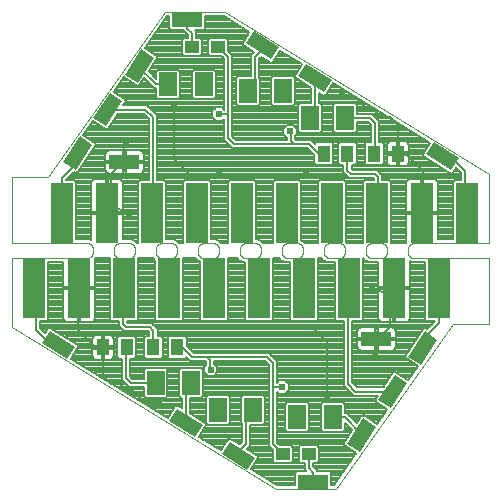
<source format=gtl>
G75*
%MOIN*%
%OFA0B0*%
%FSLAX25Y25*%
%IPPOS*%
%LPD*%
%AMOC8*
5,1,8,0,0,1.08239X$1,22.5*
%
%ADD10C,0.00000*%
%ADD11R,0.10000X0.05000*%
%ADD12R,0.04331X0.05512*%
%ADD13R,0.05000X0.10000*%
%ADD14R,0.05906X0.07874*%
%ADD15R,0.04724X0.03937*%
%ADD16R,0.07600X0.20000*%
%ADD17C,0.02400*%
%ADD18C,0.00800*%
D10*
X0003000Y0056500D02*
X0003000Y0079500D01*
X0028000Y0079500D01*
X0028087Y0079502D01*
X0028174Y0079508D01*
X0028261Y0079517D01*
X0028347Y0079530D01*
X0028433Y0079547D01*
X0028518Y0079568D01*
X0028601Y0079593D01*
X0028684Y0079621D01*
X0028765Y0079652D01*
X0028845Y0079687D01*
X0028923Y0079726D01*
X0029000Y0079768D01*
X0029075Y0079813D01*
X0029147Y0079862D01*
X0029218Y0079913D01*
X0029286Y0079968D01*
X0029351Y0080025D01*
X0029414Y0080086D01*
X0029475Y0080149D01*
X0029532Y0080214D01*
X0029587Y0080282D01*
X0029638Y0080353D01*
X0029687Y0080425D01*
X0029732Y0080500D01*
X0029774Y0080577D01*
X0029813Y0080655D01*
X0029848Y0080735D01*
X0029879Y0080816D01*
X0029907Y0080899D01*
X0029932Y0080982D01*
X0029953Y0081067D01*
X0029970Y0081153D01*
X0029983Y0081239D01*
X0029992Y0081326D01*
X0029998Y0081413D01*
X0030000Y0081500D01*
X0030000Y0082500D01*
X0029998Y0082587D01*
X0029992Y0082674D01*
X0029983Y0082761D01*
X0029970Y0082847D01*
X0029953Y0082933D01*
X0029932Y0083018D01*
X0029907Y0083101D01*
X0029879Y0083184D01*
X0029848Y0083265D01*
X0029813Y0083345D01*
X0029774Y0083423D01*
X0029732Y0083500D01*
X0029687Y0083575D01*
X0029638Y0083647D01*
X0029587Y0083718D01*
X0029532Y0083786D01*
X0029475Y0083851D01*
X0029414Y0083914D01*
X0029351Y0083975D01*
X0029286Y0084032D01*
X0029218Y0084087D01*
X0029147Y0084138D01*
X0029075Y0084187D01*
X0029000Y0084232D01*
X0028923Y0084274D01*
X0028845Y0084313D01*
X0028765Y0084348D01*
X0028684Y0084379D01*
X0028601Y0084407D01*
X0028518Y0084432D01*
X0028433Y0084453D01*
X0028347Y0084470D01*
X0028261Y0084483D01*
X0028174Y0084492D01*
X0028087Y0084498D01*
X0028000Y0084500D01*
X0003000Y0084500D01*
X0003000Y0106500D01*
X0015000Y0106500D01*
X0054000Y0161500D01*
X0074000Y0161500D01*
X0162000Y0107500D01*
X0162000Y0084500D01*
X0137000Y0084500D01*
X0136913Y0084498D01*
X0136826Y0084492D01*
X0136739Y0084483D01*
X0136653Y0084470D01*
X0136567Y0084453D01*
X0136482Y0084432D01*
X0136399Y0084407D01*
X0136316Y0084379D01*
X0136235Y0084348D01*
X0136155Y0084313D01*
X0136077Y0084274D01*
X0136000Y0084232D01*
X0135925Y0084187D01*
X0135853Y0084138D01*
X0135782Y0084087D01*
X0135714Y0084032D01*
X0135649Y0083975D01*
X0135586Y0083914D01*
X0135525Y0083851D01*
X0135468Y0083786D01*
X0135413Y0083718D01*
X0135362Y0083647D01*
X0135313Y0083575D01*
X0135268Y0083500D01*
X0135226Y0083423D01*
X0135187Y0083345D01*
X0135152Y0083265D01*
X0135121Y0083184D01*
X0135093Y0083101D01*
X0135068Y0083018D01*
X0135047Y0082933D01*
X0135030Y0082847D01*
X0135017Y0082761D01*
X0135008Y0082674D01*
X0135002Y0082587D01*
X0135000Y0082500D01*
X0135000Y0081500D01*
X0135002Y0081413D01*
X0135008Y0081326D01*
X0135017Y0081239D01*
X0135030Y0081153D01*
X0135047Y0081067D01*
X0135068Y0080982D01*
X0135093Y0080899D01*
X0135121Y0080816D01*
X0135152Y0080735D01*
X0135187Y0080655D01*
X0135226Y0080577D01*
X0135268Y0080500D01*
X0135313Y0080425D01*
X0135362Y0080353D01*
X0135413Y0080282D01*
X0135468Y0080214D01*
X0135525Y0080149D01*
X0135586Y0080086D01*
X0135649Y0080025D01*
X0135714Y0079968D01*
X0135782Y0079913D01*
X0135853Y0079862D01*
X0135925Y0079813D01*
X0136000Y0079768D01*
X0136077Y0079726D01*
X0136155Y0079687D01*
X0136235Y0079652D01*
X0136316Y0079621D01*
X0136399Y0079593D01*
X0136482Y0079568D01*
X0136567Y0079547D01*
X0136653Y0079530D01*
X0136739Y0079517D01*
X0136826Y0079508D01*
X0136913Y0079502D01*
X0137000Y0079500D01*
X0162000Y0079500D01*
X0162000Y0057500D01*
X0150000Y0057500D01*
X0111000Y0002500D01*
X0091000Y0002500D01*
X0003000Y0056500D01*
X0037000Y0081500D02*
X0037000Y0082500D01*
X0037002Y0082587D01*
X0037008Y0082674D01*
X0037017Y0082761D01*
X0037030Y0082847D01*
X0037047Y0082933D01*
X0037068Y0083018D01*
X0037093Y0083101D01*
X0037121Y0083184D01*
X0037152Y0083265D01*
X0037187Y0083345D01*
X0037226Y0083423D01*
X0037268Y0083500D01*
X0037313Y0083575D01*
X0037362Y0083647D01*
X0037413Y0083718D01*
X0037468Y0083786D01*
X0037525Y0083851D01*
X0037586Y0083914D01*
X0037649Y0083975D01*
X0037714Y0084032D01*
X0037782Y0084087D01*
X0037853Y0084138D01*
X0037925Y0084187D01*
X0038000Y0084232D01*
X0038077Y0084274D01*
X0038155Y0084313D01*
X0038235Y0084348D01*
X0038316Y0084379D01*
X0038399Y0084407D01*
X0038482Y0084432D01*
X0038567Y0084453D01*
X0038653Y0084470D01*
X0038739Y0084483D01*
X0038826Y0084492D01*
X0038913Y0084498D01*
X0039000Y0084500D01*
X0042000Y0084500D01*
X0042087Y0084498D01*
X0042174Y0084492D01*
X0042261Y0084483D01*
X0042347Y0084470D01*
X0042433Y0084453D01*
X0042518Y0084432D01*
X0042601Y0084407D01*
X0042684Y0084379D01*
X0042765Y0084348D01*
X0042845Y0084313D01*
X0042923Y0084274D01*
X0043000Y0084232D01*
X0043075Y0084187D01*
X0043147Y0084138D01*
X0043218Y0084087D01*
X0043286Y0084032D01*
X0043351Y0083975D01*
X0043414Y0083914D01*
X0043475Y0083851D01*
X0043532Y0083786D01*
X0043587Y0083718D01*
X0043638Y0083647D01*
X0043687Y0083575D01*
X0043732Y0083500D01*
X0043774Y0083423D01*
X0043813Y0083345D01*
X0043848Y0083265D01*
X0043879Y0083184D01*
X0043907Y0083101D01*
X0043932Y0083018D01*
X0043953Y0082933D01*
X0043970Y0082847D01*
X0043983Y0082761D01*
X0043992Y0082674D01*
X0043998Y0082587D01*
X0044000Y0082500D01*
X0044000Y0081500D01*
X0043998Y0081413D01*
X0043992Y0081326D01*
X0043983Y0081239D01*
X0043970Y0081153D01*
X0043953Y0081067D01*
X0043932Y0080982D01*
X0043907Y0080899D01*
X0043879Y0080816D01*
X0043848Y0080735D01*
X0043813Y0080655D01*
X0043774Y0080577D01*
X0043732Y0080500D01*
X0043687Y0080425D01*
X0043638Y0080353D01*
X0043587Y0080282D01*
X0043532Y0080214D01*
X0043475Y0080149D01*
X0043414Y0080086D01*
X0043351Y0080025D01*
X0043286Y0079968D01*
X0043218Y0079913D01*
X0043147Y0079862D01*
X0043075Y0079813D01*
X0043000Y0079768D01*
X0042923Y0079726D01*
X0042845Y0079687D01*
X0042765Y0079652D01*
X0042684Y0079621D01*
X0042601Y0079593D01*
X0042518Y0079568D01*
X0042433Y0079547D01*
X0042347Y0079530D01*
X0042261Y0079517D01*
X0042174Y0079508D01*
X0042087Y0079502D01*
X0042000Y0079500D01*
X0039000Y0079500D01*
X0038913Y0079502D01*
X0038826Y0079508D01*
X0038739Y0079517D01*
X0038653Y0079530D01*
X0038567Y0079547D01*
X0038482Y0079568D01*
X0038399Y0079593D01*
X0038316Y0079621D01*
X0038235Y0079652D01*
X0038155Y0079687D01*
X0038077Y0079726D01*
X0038000Y0079768D01*
X0037925Y0079813D01*
X0037853Y0079862D01*
X0037782Y0079913D01*
X0037714Y0079968D01*
X0037649Y0080025D01*
X0037586Y0080086D01*
X0037525Y0080149D01*
X0037468Y0080214D01*
X0037413Y0080282D01*
X0037362Y0080353D01*
X0037313Y0080425D01*
X0037268Y0080500D01*
X0037226Y0080577D01*
X0037187Y0080655D01*
X0037152Y0080735D01*
X0037121Y0080816D01*
X0037093Y0080899D01*
X0037068Y0080982D01*
X0037047Y0081067D01*
X0037030Y0081153D01*
X0037017Y0081239D01*
X0037008Y0081326D01*
X0037002Y0081413D01*
X0037000Y0081500D01*
X0051000Y0081500D02*
X0051000Y0082500D01*
X0051002Y0082587D01*
X0051008Y0082674D01*
X0051017Y0082761D01*
X0051030Y0082847D01*
X0051047Y0082933D01*
X0051068Y0083018D01*
X0051093Y0083101D01*
X0051121Y0083184D01*
X0051152Y0083265D01*
X0051187Y0083345D01*
X0051226Y0083423D01*
X0051268Y0083500D01*
X0051313Y0083575D01*
X0051362Y0083647D01*
X0051413Y0083718D01*
X0051468Y0083786D01*
X0051525Y0083851D01*
X0051586Y0083914D01*
X0051649Y0083975D01*
X0051714Y0084032D01*
X0051782Y0084087D01*
X0051853Y0084138D01*
X0051925Y0084187D01*
X0052000Y0084232D01*
X0052077Y0084274D01*
X0052155Y0084313D01*
X0052235Y0084348D01*
X0052316Y0084379D01*
X0052399Y0084407D01*
X0052482Y0084432D01*
X0052567Y0084453D01*
X0052653Y0084470D01*
X0052739Y0084483D01*
X0052826Y0084492D01*
X0052913Y0084498D01*
X0053000Y0084500D01*
X0056000Y0084500D01*
X0056087Y0084498D01*
X0056174Y0084492D01*
X0056261Y0084483D01*
X0056347Y0084470D01*
X0056433Y0084453D01*
X0056518Y0084432D01*
X0056601Y0084407D01*
X0056684Y0084379D01*
X0056765Y0084348D01*
X0056845Y0084313D01*
X0056923Y0084274D01*
X0057000Y0084232D01*
X0057075Y0084187D01*
X0057147Y0084138D01*
X0057218Y0084087D01*
X0057286Y0084032D01*
X0057351Y0083975D01*
X0057414Y0083914D01*
X0057475Y0083851D01*
X0057532Y0083786D01*
X0057587Y0083718D01*
X0057638Y0083647D01*
X0057687Y0083575D01*
X0057732Y0083500D01*
X0057774Y0083423D01*
X0057813Y0083345D01*
X0057848Y0083265D01*
X0057879Y0083184D01*
X0057907Y0083101D01*
X0057932Y0083018D01*
X0057953Y0082933D01*
X0057970Y0082847D01*
X0057983Y0082761D01*
X0057992Y0082674D01*
X0057998Y0082587D01*
X0058000Y0082500D01*
X0058000Y0081500D01*
X0057998Y0081413D01*
X0057992Y0081326D01*
X0057983Y0081239D01*
X0057970Y0081153D01*
X0057953Y0081067D01*
X0057932Y0080982D01*
X0057907Y0080899D01*
X0057879Y0080816D01*
X0057848Y0080735D01*
X0057813Y0080655D01*
X0057774Y0080577D01*
X0057732Y0080500D01*
X0057687Y0080425D01*
X0057638Y0080353D01*
X0057587Y0080282D01*
X0057532Y0080214D01*
X0057475Y0080149D01*
X0057414Y0080086D01*
X0057351Y0080025D01*
X0057286Y0079968D01*
X0057218Y0079913D01*
X0057147Y0079862D01*
X0057075Y0079813D01*
X0057000Y0079768D01*
X0056923Y0079726D01*
X0056845Y0079687D01*
X0056765Y0079652D01*
X0056684Y0079621D01*
X0056601Y0079593D01*
X0056518Y0079568D01*
X0056433Y0079547D01*
X0056347Y0079530D01*
X0056261Y0079517D01*
X0056174Y0079508D01*
X0056087Y0079502D01*
X0056000Y0079500D01*
X0053000Y0079500D01*
X0052913Y0079502D01*
X0052826Y0079508D01*
X0052739Y0079517D01*
X0052653Y0079530D01*
X0052567Y0079547D01*
X0052482Y0079568D01*
X0052399Y0079593D01*
X0052316Y0079621D01*
X0052235Y0079652D01*
X0052155Y0079687D01*
X0052077Y0079726D01*
X0052000Y0079768D01*
X0051925Y0079813D01*
X0051853Y0079862D01*
X0051782Y0079913D01*
X0051714Y0079968D01*
X0051649Y0080025D01*
X0051586Y0080086D01*
X0051525Y0080149D01*
X0051468Y0080214D01*
X0051413Y0080282D01*
X0051362Y0080353D01*
X0051313Y0080425D01*
X0051268Y0080500D01*
X0051226Y0080577D01*
X0051187Y0080655D01*
X0051152Y0080735D01*
X0051121Y0080816D01*
X0051093Y0080899D01*
X0051068Y0080982D01*
X0051047Y0081067D01*
X0051030Y0081153D01*
X0051017Y0081239D01*
X0051008Y0081326D01*
X0051002Y0081413D01*
X0051000Y0081500D01*
X0065000Y0081500D02*
X0065000Y0082500D01*
X0065002Y0082587D01*
X0065008Y0082674D01*
X0065017Y0082761D01*
X0065030Y0082847D01*
X0065047Y0082933D01*
X0065068Y0083018D01*
X0065093Y0083101D01*
X0065121Y0083184D01*
X0065152Y0083265D01*
X0065187Y0083345D01*
X0065226Y0083423D01*
X0065268Y0083500D01*
X0065313Y0083575D01*
X0065362Y0083647D01*
X0065413Y0083718D01*
X0065468Y0083786D01*
X0065525Y0083851D01*
X0065586Y0083914D01*
X0065649Y0083975D01*
X0065714Y0084032D01*
X0065782Y0084087D01*
X0065853Y0084138D01*
X0065925Y0084187D01*
X0066000Y0084232D01*
X0066077Y0084274D01*
X0066155Y0084313D01*
X0066235Y0084348D01*
X0066316Y0084379D01*
X0066399Y0084407D01*
X0066482Y0084432D01*
X0066567Y0084453D01*
X0066653Y0084470D01*
X0066739Y0084483D01*
X0066826Y0084492D01*
X0066913Y0084498D01*
X0067000Y0084500D01*
X0070000Y0084500D01*
X0070087Y0084498D01*
X0070174Y0084492D01*
X0070261Y0084483D01*
X0070347Y0084470D01*
X0070433Y0084453D01*
X0070518Y0084432D01*
X0070601Y0084407D01*
X0070684Y0084379D01*
X0070765Y0084348D01*
X0070845Y0084313D01*
X0070923Y0084274D01*
X0071000Y0084232D01*
X0071075Y0084187D01*
X0071147Y0084138D01*
X0071218Y0084087D01*
X0071286Y0084032D01*
X0071351Y0083975D01*
X0071414Y0083914D01*
X0071475Y0083851D01*
X0071532Y0083786D01*
X0071587Y0083718D01*
X0071638Y0083647D01*
X0071687Y0083575D01*
X0071732Y0083500D01*
X0071774Y0083423D01*
X0071813Y0083345D01*
X0071848Y0083265D01*
X0071879Y0083184D01*
X0071907Y0083101D01*
X0071932Y0083018D01*
X0071953Y0082933D01*
X0071970Y0082847D01*
X0071983Y0082761D01*
X0071992Y0082674D01*
X0071998Y0082587D01*
X0072000Y0082500D01*
X0072000Y0081500D01*
X0071998Y0081413D01*
X0071992Y0081326D01*
X0071983Y0081239D01*
X0071970Y0081153D01*
X0071953Y0081067D01*
X0071932Y0080982D01*
X0071907Y0080899D01*
X0071879Y0080816D01*
X0071848Y0080735D01*
X0071813Y0080655D01*
X0071774Y0080577D01*
X0071732Y0080500D01*
X0071687Y0080425D01*
X0071638Y0080353D01*
X0071587Y0080282D01*
X0071532Y0080214D01*
X0071475Y0080149D01*
X0071414Y0080086D01*
X0071351Y0080025D01*
X0071286Y0079968D01*
X0071218Y0079913D01*
X0071147Y0079862D01*
X0071075Y0079813D01*
X0071000Y0079768D01*
X0070923Y0079726D01*
X0070845Y0079687D01*
X0070765Y0079652D01*
X0070684Y0079621D01*
X0070601Y0079593D01*
X0070518Y0079568D01*
X0070433Y0079547D01*
X0070347Y0079530D01*
X0070261Y0079517D01*
X0070174Y0079508D01*
X0070087Y0079502D01*
X0070000Y0079500D01*
X0067000Y0079500D01*
X0066913Y0079502D01*
X0066826Y0079508D01*
X0066739Y0079517D01*
X0066653Y0079530D01*
X0066567Y0079547D01*
X0066482Y0079568D01*
X0066399Y0079593D01*
X0066316Y0079621D01*
X0066235Y0079652D01*
X0066155Y0079687D01*
X0066077Y0079726D01*
X0066000Y0079768D01*
X0065925Y0079813D01*
X0065853Y0079862D01*
X0065782Y0079913D01*
X0065714Y0079968D01*
X0065649Y0080025D01*
X0065586Y0080086D01*
X0065525Y0080149D01*
X0065468Y0080214D01*
X0065413Y0080282D01*
X0065362Y0080353D01*
X0065313Y0080425D01*
X0065268Y0080500D01*
X0065226Y0080577D01*
X0065187Y0080655D01*
X0065152Y0080735D01*
X0065121Y0080816D01*
X0065093Y0080899D01*
X0065068Y0080982D01*
X0065047Y0081067D01*
X0065030Y0081153D01*
X0065017Y0081239D01*
X0065008Y0081326D01*
X0065002Y0081413D01*
X0065000Y0081500D01*
X0079000Y0081500D02*
X0079000Y0082500D01*
X0079002Y0082587D01*
X0079008Y0082674D01*
X0079017Y0082761D01*
X0079030Y0082847D01*
X0079047Y0082933D01*
X0079068Y0083018D01*
X0079093Y0083101D01*
X0079121Y0083184D01*
X0079152Y0083265D01*
X0079187Y0083345D01*
X0079226Y0083423D01*
X0079268Y0083500D01*
X0079313Y0083575D01*
X0079362Y0083647D01*
X0079413Y0083718D01*
X0079468Y0083786D01*
X0079525Y0083851D01*
X0079586Y0083914D01*
X0079649Y0083975D01*
X0079714Y0084032D01*
X0079782Y0084087D01*
X0079853Y0084138D01*
X0079925Y0084187D01*
X0080000Y0084232D01*
X0080077Y0084274D01*
X0080155Y0084313D01*
X0080235Y0084348D01*
X0080316Y0084379D01*
X0080399Y0084407D01*
X0080482Y0084432D01*
X0080567Y0084453D01*
X0080653Y0084470D01*
X0080739Y0084483D01*
X0080826Y0084492D01*
X0080913Y0084498D01*
X0081000Y0084500D01*
X0084000Y0084500D01*
X0084087Y0084498D01*
X0084174Y0084492D01*
X0084261Y0084483D01*
X0084347Y0084470D01*
X0084433Y0084453D01*
X0084518Y0084432D01*
X0084601Y0084407D01*
X0084684Y0084379D01*
X0084765Y0084348D01*
X0084845Y0084313D01*
X0084923Y0084274D01*
X0085000Y0084232D01*
X0085075Y0084187D01*
X0085147Y0084138D01*
X0085218Y0084087D01*
X0085286Y0084032D01*
X0085351Y0083975D01*
X0085414Y0083914D01*
X0085475Y0083851D01*
X0085532Y0083786D01*
X0085587Y0083718D01*
X0085638Y0083647D01*
X0085687Y0083575D01*
X0085732Y0083500D01*
X0085774Y0083423D01*
X0085813Y0083345D01*
X0085848Y0083265D01*
X0085879Y0083184D01*
X0085907Y0083101D01*
X0085932Y0083018D01*
X0085953Y0082933D01*
X0085970Y0082847D01*
X0085983Y0082761D01*
X0085992Y0082674D01*
X0085998Y0082587D01*
X0086000Y0082500D01*
X0086000Y0081500D01*
X0085998Y0081413D01*
X0085992Y0081326D01*
X0085983Y0081239D01*
X0085970Y0081153D01*
X0085953Y0081067D01*
X0085932Y0080982D01*
X0085907Y0080899D01*
X0085879Y0080816D01*
X0085848Y0080735D01*
X0085813Y0080655D01*
X0085774Y0080577D01*
X0085732Y0080500D01*
X0085687Y0080425D01*
X0085638Y0080353D01*
X0085587Y0080282D01*
X0085532Y0080214D01*
X0085475Y0080149D01*
X0085414Y0080086D01*
X0085351Y0080025D01*
X0085286Y0079968D01*
X0085218Y0079913D01*
X0085147Y0079862D01*
X0085075Y0079813D01*
X0085000Y0079768D01*
X0084923Y0079726D01*
X0084845Y0079687D01*
X0084765Y0079652D01*
X0084684Y0079621D01*
X0084601Y0079593D01*
X0084518Y0079568D01*
X0084433Y0079547D01*
X0084347Y0079530D01*
X0084261Y0079517D01*
X0084174Y0079508D01*
X0084087Y0079502D01*
X0084000Y0079500D01*
X0081000Y0079500D01*
X0080913Y0079502D01*
X0080826Y0079508D01*
X0080739Y0079517D01*
X0080653Y0079530D01*
X0080567Y0079547D01*
X0080482Y0079568D01*
X0080399Y0079593D01*
X0080316Y0079621D01*
X0080235Y0079652D01*
X0080155Y0079687D01*
X0080077Y0079726D01*
X0080000Y0079768D01*
X0079925Y0079813D01*
X0079853Y0079862D01*
X0079782Y0079913D01*
X0079714Y0079968D01*
X0079649Y0080025D01*
X0079586Y0080086D01*
X0079525Y0080149D01*
X0079468Y0080214D01*
X0079413Y0080282D01*
X0079362Y0080353D01*
X0079313Y0080425D01*
X0079268Y0080500D01*
X0079226Y0080577D01*
X0079187Y0080655D01*
X0079152Y0080735D01*
X0079121Y0080816D01*
X0079093Y0080899D01*
X0079068Y0080982D01*
X0079047Y0081067D01*
X0079030Y0081153D01*
X0079017Y0081239D01*
X0079008Y0081326D01*
X0079002Y0081413D01*
X0079000Y0081500D01*
X0093000Y0081500D02*
X0093000Y0082500D01*
X0093002Y0082587D01*
X0093008Y0082674D01*
X0093017Y0082761D01*
X0093030Y0082847D01*
X0093047Y0082933D01*
X0093068Y0083018D01*
X0093093Y0083101D01*
X0093121Y0083184D01*
X0093152Y0083265D01*
X0093187Y0083345D01*
X0093226Y0083423D01*
X0093268Y0083500D01*
X0093313Y0083575D01*
X0093362Y0083647D01*
X0093413Y0083718D01*
X0093468Y0083786D01*
X0093525Y0083851D01*
X0093586Y0083914D01*
X0093649Y0083975D01*
X0093714Y0084032D01*
X0093782Y0084087D01*
X0093853Y0084138D01*
X0093925Y0084187D01*
X0094000Y0084232D01*
X0094077Y0084274D01*
X0094155Y0084313D01*
X0094235Y0084348D01*
X0094316Y0084379D01*
X0094399Y0084407D01*
X0094482Y0084432D01*
X0094567Y0084453D01*
X0094653Y0084470D01*
X0094739Y0084483D01*
X0094826Y0084492D01*
X0094913Y0084498D01*
X0095000Y0084500D01*
X0098000Y0084500D01*
X0098087Y0084498D01*
X0098174Y0084492D01*
X0098261Y0084483D01*
X0098347Y0084470D01*
X0098433Y0084453D01*
X0098518Y0084432D01*
X0098601Y0084407D01*
X0098684Y0084379D01*
X0098765Y0084348D01*
X0098845Y0084313D01*
X0098923Y0084274D01*
X0099000Y0084232D01*
X0099075Y0084187D01*
X0099147Y0084138D01*
X0099218Y0084087D01*
X0099286Y0084032D01*
X0099351Y0083975D01*
X0099414Y0083914D01*
X0099475Y0083851D01*
X0099532Y0083786D01*
X0099587Y0083718D01*
X0099638Y0083647D01*
X0099687Y0083575D01*
X0099732Y0083500D01*
X0099774Y0083423D01*
X0099813Y0083345D01*
X0099848Y0083265D01*
X0099879Y0083184D01*
X0099907Y0083101D01*
X0099932Y0083018D01*
X0099953Y0082933D01*
X0099970Y0082847D01*
X0099983Y0082761D01*
X0099992Y0082674D01*
X0099998Y0082587D01*
X0100000Y0082500D01*
X0100000Y0081500D01*
X0099998Y0081413D01*
X0099992Y0081326D01*
X0099983Y0081239D01*
X0099970Y0081153D01*
X0099953Y0081067D01*
X0099932Y0080982D01*
X0099907Y0080899D01*
X0099879Y0080816D01*
X0099848Y0080735D01*
X0099813Y0080655D01*
X0099774Y0080577D01*
X0099732Y0080500D01*
X0099687Y0080425D01*
X0099638Y0080353D01*
X0099587Y0080282D01*
X0099532Y0080214D01*
X0099475Y0080149D01*
X0099414Y0080086D01*
X0099351Y0080025D01*
X0099286Y0079968D01*
X0099218Y0079913D01*
X0099147Y0079862D01*
X0099075Y0079813D01*
X0099000Y0079768D01*
X0098923Y0079726D01*
X0098845Y0079687D01*
X0098765Y0079652D01*
X0098684Y0079621D01*
X0098601Y0079593D01*
X0098518Y0079568D01*
X0098433Y0079547D01*
X0098347Y0079530D01*
X0098261Y0079517D01*
X0098174Y0079508D01*
X0098087Y0079502D01*
X0098000Y0079500D01*
X0095000Y0079500D01*
X0094913Y0079502D01*
X0094826Y0079508D01*
X0094739Y0079517D01*
X0094653Y0079530D01*
X0094567Y0079547D01*
X0094482Y0079568D01*
X0094399Y0079593D01*
X0094316Y0079621D01*
X0094235Y0079652D01*
X0094155Y0079687D01*
X0094077Y0079726D01*
X0094000Y0079768D01*
X0093925Y0079813D01*
X0093853Y0079862D01*
X0093782Y0079913D01*
X0093714Y0079968D01*
X0093649Y0080025D01*
X0093586Y0080086D01*
X0093525Y0080149D01*
X0093468Y0080214D01*
X0093413Y0080282D01*
X0093362Y0080353D01*
X0093313Y0080425D01*
X0093268Y0080500D01*
X0093226Y0080577D01*
X0093187Y0080655D01*
X0093152Y0080735D01*
X0093121Y0080816D01*
X0093093Y0080899D01*
X0093068Y0080982D01*
X0093047Y0081067D01*
X0093030Y0081153D01*
X0093017Y0081239D01*
X0093008Y0081326D01*
X0093002Y0081413D01*
X0093000Y0081500D01*
X0107000Y0081500D02*
X0107000Y0082500D01*
X0107002Y0082587D01*
X0107008Y0082674D01*
X0107017Y0082761D01*
X0107030Y0082847D01*
X0107047Y0082933D01*
X0107068Y0083018D01*
X0107093Y0083101D01*
X0107121Y0083184D01*
X0107152Y0083265D01*
X0107187Y0083345D01*
X0107226Y0083423D01*
X0107268Y0083500D01*
X0107313Y0083575D01*
X0107362Y0083647D01*
X0107413Y0083718D01*
X0107468Y0083786D01*
X0107525Y0083851D01*
X0107586Y0083914D01*
X0107649Y0083975D01*
X0107714Y0084032D01*
X0107782Y0084087D01*
X0107853Y0084138D01*
X0107925Y0084187D01*
X0108000Y0084232D01*
X0108077Y0084274D01*
X0108155Y0084313D01*
X0108235Y0084348D01*
X0108316Y0084379D01*
X0108399Y0084407D01*
X0108482Y0084432D01*
X0108567Y0084453D01*
X0108653Y0084470D01*
X0108739Y0084483D01*
X0108826Y0084492D01*
X0108913Y0084498D01*
X0109000Y0084500D01*
X0112000Y0084500D01*
X0112087Y0084498D01*
X0112174Y0084492D01*
X0112261Y0084483D01*
X0112347Y0084470D01*
X0112433Y0084453D01*
X0112518Y0084432D01*
X0112601Y0084407D01*
X0112684Y0084379D01*
X0112765Y0084348D01*
X0112845Y0084313D01*
X0112923Y0084274D01*
X0113000Y0084232D01*
X0113075Y0084187D01*
X0113147Y0084138D01*
X0113218Y0084087D01*
X0113286Y0084032D01*
X0113351Y0083975D01*
X0113414Y0083914D01*
X0113475Y0083851D01*
X0113532Y0083786D01*
X0113587Y0083718D01*
X0113638Y0083647D01*
X0113687Y0083575D01*
X0113732Y0083500D01*
X0113774Y0083423D01*
X0113813Y0083345D01*
X0113848Y0083265D01*
X0113879Y0083184D01*
X0113907Y0083101D01*
X0113932Y0083018D01*
X0113953Y0082933D01*
X0113970Y0082847D01*
X0113983Y0082761D01*
X0113992Y0082674D01*
X0113998Y0082587D01*
X0114000Y0082500D01*
X0114000Y0081500D01*
X0113998Y0081413D01*
X0113992Y0081326D01*
X0113983Y0081239D01*
X0113970Y0081153D01*
X0113953Y0081067D01*
X0113932Y0080982D01*
X0113907Y0080899D01*
X0113879Y0080816D01*
X0113848Y0080735D01*
X0113813Y0080655D01*
X0113774Y0080577D01*
X0113732Y0080500D01*
X0113687Y0080425D01*
X0113638Y0080353D01*
X0113587Y0080282D01*
X0113532Y0080214D01*
X0113475Y0080149D01*
X0113414Y0080086D01*
X0113351Y0080025D01*
X0113286Y0079968D01*
X0113218Y0079913D01*
X0113147Y0079862D01*
X0113075Y0079813D01*
X0113000Y0079768D01*
X0112923Y0079726D01*
X0112845Y0079687D01*
X0112765Y0079652D01*
X0112684Y0079621D01*
X0112601Y0079593D01*
X0112518Y0079568D01*
X0112433Y0079547D01*
X0112347Y0079530D01*
X0112261Y0079517D01*
X0112174Y0079508D01*
X0112087Y0079502D01*
X0112000Y0079500D01*
X0109000Y0079500D01*
X0108913Y0079502D01*
X0108826Y0079508D01*
X0108739Y0079517D01*
X0108653Y0079530D01*
X0108567Y0079547D01*
X0108482Y0079568D01*
X0108399Y0079593D01*
X0108316Y0079621D01*
X0108235Y0079652D01*
X0108155Y0079687D01*
X0108077Y0079726D01*
X0108000Y0079768D01*
X0107925Y0079813D01*
X0107853Y0079862D01*
X0107782Y0079913D01*
X0107714Y0079968D01*
X0107649Y0080025D01*
X0107586Y0080086D01*
X0107525Y0080149D01*
X0107468Y0080214D01*
X0107413Y0080282D01*
X0107362Y0080353D01*
X0107313Y0080425D01*
X0107268Y0080500D01*
X0107226Y0080577D01*
X0107187Y0080655D01*
X0107152Y0080735D01*
X0107121Y0080816D01*
X0107093Y0080899D01*
X0107068Y0080982D01*
X0107047Y0081067D01*
X0107030Y0081153D01*
X0107017Y0081239D01*
X0107008Y0081326D01*
X0107002Y0081413D01*
X0107000Y0081500D01*
X0121000Y0081500D02*
X0121000Y0082500D01*
X0121002Y0082587D01*
X0121008Y0082674D01*
X0121017Y0082761D01*
X0121030Y0082847D01*
X0121047Y0082933D01*
X0121068Y0083018D01*
X0121093Y0083101D01*
X0121121Y0083184D01*
X0121152Y0083265D01*
X0121187Y0083345D01*
X0121226Y0083423D01*
X0121268Y0083500D01*
X0121313Y0083575D01*
X0121362Y0083647D01*
X0121413Y0083718D01*
X0121468Y0083786D01*
X0121525Y0083851D01*
X0121586Y0083914D01*
X0121649Y0083975D01*
X0121714Y0084032D01*
X0121782Y0084087D01*
X0121853Y0084138D01*
X0121925Y0084187D01*
X0122000Y0084232D01*
X0122077Y0084274D01*
X0122155Y0084313D01*
X0122235Y0084348D01*
X0122316Y0084379D01*
X0122399Y0084407D01*
X0122482Y0084432D01*
X0122567Y0084453D01*
X0122653Y0084470D01*
X0122739Y0084483D01*
X0122826Y0084492D01*
X0122913Y0084498D01*
X0123000Y0084500D01*
X0126000Y0084500D01*
X0126087Y0084498D01*
X0126174Y0084492D01*
X0126261Y0084483D01*
X0126347Y0084470D01*
X0126433Y0084453D01*
X0126518Y0084432D01*
X0126601Y0084407D01*
X0126684Y0084379D01*
X0126765Y0084348D01*
X0126845Y0084313D01*
X0126923Y0084274D01*
X0127000Y0084232D01*
X0127075Y0084187D01*
X0127147Y0084138D01*
X0127218Y0084087D01*
X0127286Y0084032D01*
X0127351Y0083975D01*
X0127414Y0083914D01*
X0127475Y0083851D01*
X0127532Y0083786D01*
X0127587Y0083718D01*
X0127638Y0083647D01*
X0127687Y0083575D01*
X0127732Y0083500D01*
X0127774Y0083423D01*
X0127813Y0083345D01*
X0127848Y0083265D01*
X0127879Y0083184D01*
X0127907Y0083101D01*
X0127932Y0083018D01*
X0127953Y0082933D01*
X0127970Y0082847D01*
X0127983Y0082761D01*
X0127992Y0082674D01*
X0127998Y0082587D01*
X0128000Y0082500D01*
X0128000Y0081500D01*
X0127998Y0081413D01*
X0127992Y0081326D01*
X0127983Y0081239D01*
X0127970Y0081153D01*
X0127953Y0081067D01*
X0127932Y0080982D01*
X0127907Y0080899D01*
X0127879Y0080816D01*
X0127848Y0080735D01*
X0127813Y0080655D01*
X0127774Y0080577D01*
X0127732Y0080500D01*
X0127687Y0080425D01*
X0127638Y0080353D01*
X0127587Y0080282D01*
X0127532Y0080214D01*
X0127475Y0080149D01*
X0127414Y0080086D01*
X0127351Y0080025D01*
X0127286Y0079968D01*
X0127218Y0079913D01*
X0127147Y0079862D01*
X0127075Y0079813D01*
X0127000Y0079768D01*
X0126923Y0079726D01*
X0126845Y0079687D01*
X0126765Y0079652D01*
X0126684Y0079621D01*
X0126601Y0079593D01*
X0126518Y0079568D01*
X0126433Y0079547D01*
X0126347Y0079530D01*
X0126261Y0079517D01*
X0126174Y0079508D01*
X0126087Y0079502D01*
X0126000Y0079500D01*
X0123000Y0079500D01*
X0122913Y0079502D01*
X0122826Y0079508D01*
X0122739Y0079517D01*
X0122653Y0079530D01*
X0122567Y0079547D01*
X0122482Y0079568D01*
X0122399Y0079593D01*
X0122316Y0079621D01*
X0122235Y0079652D01*
X0122155Y0079687D01*
X0122077Y0079726D01*
X0122000Y0079768D01*
X0121925Y0079813D01*
X0121853Y0079862D01*
X0121782Y0079913D01*
X0121714Y0079968D01*
X0121649Y0080025D01*
X0121586Y0080086D01*
X0121525Y0080149D01*
X0121468Y0080214D01*
X0121413Y0080282D01*
X0121362Y0080353D01*
X0121313Y0080425D01*
X0121268Y0080500D01*
X0121226Y0080577D01*
X0121187Y0080655D01*
X0121152Y0080735D01*
X0121121Y0080816D01*
X0121093Y0080899D01*
X0121068Y0080982D01*
X0121047Y0081067D01*
X0121030Y0081153D01*
X0121017Y0081239D01*
X0121008Y0081326D01*
X0121002Y0081413D01*
X0121000Y0081500D01*
D11*
X0124500Y0052500D03*
X0103500Y0005000D03*
X0040500Y0111500D03*
X0061500Y0159000D03*
D12*
X0106963Y0114300D03*
X0114837Y0114300D03*
X0123763Y0114300D03*
X0131637Y0114300D03*
X0058037Y0049700D03*
X0050163Y0049700D03*
X0041237Y0049700D03*
X0033363Y0049700D03*
D13*
G36*
X0012935Y0051029D02*
X0015585Y0055269D01*
X0024065Y0049971D01*
X0021415Y0045731D01*
X0012935Y0051029D01*
G37*
G36*
X0055435Y0025029D02*
X0058085Y0029269D01*
X0066565Y0023971D01*
X0063915Y0019731D01*
X0055435Y0025029D01*
G37*
G36*
X0072935Y0014029D02*
X0075585Y0018269D01*
X0084065Y0012971D01*
X0081415Y0008731D01*
X0072935Y0014029D01*
G37*
G36*
X0118874Y0014946D02*
X0114681Y0017669D01*
X0120126Y0026054D01*
X0124319Y0023331D01*
X0118874Y0014946D01*
G37*
G36*
X0129374Y0029446D02*
X0125181Y0032169D01*
X0130626Y0040554D01*
X0134819Y0037831D01*
X0129374Y0029446D01*
G37*
G36*
X0139374Y0043946D02*
X0135181Y0046669D01*
X0140626Y0055054D01*
X0144819Y0052331D01*
X0139374Y0043946D01*
G37*
G36*
X0152065Y0112971D02*
X0149415Y0108731D01*
X0140935Y0114029D01*
X0143585Y0118269D01*
X0152065Y0112971D01*
G37*
G36*
X0109565Y0138971D02*
X0106915Y0134731D01*
X0098435Y0140029D01*
X0101085Y0144269D01*
X0109565Y0138971D01*
G37*
G36*
X0092065Y0149971D02*
X0089415Y0145731D01*
X0080935Y0151029D01*
X0083585Y0155269D01*
X0092065Y0149971D01*
G37*
G36*
X0046126Y0149054D02*
X0050319Y0146331D01*
X0044874Y0137946D01*
X0040681Y0140669D01*
X0046126Y0149054D01*
G37*
G36*
X0035626Y0134554D02*
X0039819Y0131831D01*
X0034374Y0123446D01*
X0030181Y0126169D01*
X0035626Y0134554D01*
G37*
G36*
X0025626Y0120054D02*
X0029819Y0117331D01*
X0024374Y0108946D01*
X0020181Y0111669D01*
X0025626Y0120054D01*
G37*
D14*
X0055094Y0137400D03*
X0066906Y0137400D03*
X0081594Y0135200D03*
X0093406Y0135200D03*
X0102294Y0126100D03*
X0114106Y0126100D03*
X0062706Y0037900D03*
X0071594Y0028800D03*
X0083406Y0028800D03*
X0098094Y0026600D03*
X0109906Y0026600D03*
X0050894Y0037900D03*
D15*
X0093269Y0014100D03*
X0101931Y0014100D03*
X0071731Y0149900D03*
X0063069Y0149900D03*
D16*
X0064666Y0094499D03*
X0049666Y0094499D03*
X0034666Y0094499D03*
X0019666Y0094499D03*
X0025334Y0069501D03*
X0040334Y0069501D03*
X0055334Y0069501D03*
X0070334Y0069501D03*
X0085334Y0069501D03*
X0100334Y0069501D03*
X0115334Y0069501D03*
X0130334Y0069501D03*
X0145334Y0069501D03*
X0139666Y0094499D03*
X0124666Y0094499D03*
X0109666Y0094499D03*
X0094666Y0094499D03*
X0079666Y0094499D03*
X0010334Y0069501D03*
X0154666Y0094499D03*
D17*
X0124000Y0114500D03*
X0113000Y0133500D03*
X0095700Y0121700D03*
X0094600Y0133400D03*
X0072000Y0127500D03*
X0067300Y0137500D03*
X0057000Y0130500D03*
X0041000Y0117500D03*
X0042000Y0094500D03*
X0072000Y0107500D03*
X0101000Y0107500D03*
X0123000Y0069500D03*
X0124000Y0046500D03*
X0108000Y0033500D03*
X0097700Y0026500D03*
X0093000Y0036500D03*
X0093000Y0056500D03*
X0069300Y0042300D03*
X0070400Y0030600D03*
X0052000Y0030500D03*
X0041000Y0049500D03*
X0064000Y0056500D03*
D18*
X0039600Y0038985D02*
X0034220Y0038985D01*
X0033363Y0040137D02*
X0036000Y0037500D01*
X0039000Y0037500D01*
X0041000Y0035500D01*
X0043000Y0035500D01*
X0047000Y0031500D01*
X0051000Y0031500D01*
X0052000Y0030500D01*
X0051137Y0028604D02*
X0056490Y0028604D01*
X0056989Y0029403D02*
X0049835Y0029403D01*
X0048534Y0030201D02*
X0057674Y0030201D01*
X0057456Y0030151D02*
X0058263Y0030337D01*
X0059600Y0029502D01*
X0059600Y0032963D01*
X0059339Y0032963D01*
X0058753Y0033549D01*
X0058753Y0042251D01*
X0059339Y0042837D01*
X0066072Y0042837D01*
X0066658Y0042251D01*
X0066658Y0033549D01*
X0066072Y0032963D01*
X0062400Y0032963D01*
X0062400Y0027752D01*
X0067446Y0024599D01*
X0067633Y0023792D01*
X0065234Y0019953D01*
X0072624Y0015419D01*
X0074956Y0019151D01*
X0075763Y0019337D01*
X0078898Y0017378D01*
X0079600Y0018080D01*
X0079600Y0024302D01*
X0079453Y0024449D01*
X0079453Y0033151D01*
X0080039Y0033737D01*
X0086772Y0033737D01*
X0087358Y0033151D01*
X0087358Y0024449D01*
X0086772Y0023863D01*
X0082400Y0023863D01*
X0082400Y0016920D01*
X0081580Y0016100D01*
X0081335Y0015855D01*
X0084946Y0013599D01*
X0085133Y0012792D01*
X0082852Y0009142D01*
X0091395Y0003900D01*
X0097500Y0003900D01*
X0097500Y0007914D01*
X0098086Y0008500D01*
X0101020Y0008500D01*
X0100600Y0008920D01*
X0100600Y0011131D01*
X0099154Y0011131D01*
X0098569Y0011717D01*
X0098569Y0016483D01*
X0099154Y0017068D01*
X0104707Y0017068D01*
X0105293Y0016483D01*
X0105293Y0011717D01*
X0104707Y0011131D01*
X0103400Y0011131D01*
X0103400Y0010080D01*
X0104900Y0008580D01*
X0104900Y0008500D01*
X0108914Y0008500D01*
X0109500Y0007914D01*
X0109500Y0003900D01*
X0110276Y0003900D01*
X0117771Y0014469D01*
X0113788Y0017055D01*
X0113616Y0017865D01*
X0116387Y0022133D01*
X0113858Y0024662D01*
X0113858Y0022249D01*
X0113272Y0021663D01*
X0106539Y0021663D01*
X0105953Y0022249D01*
X0105953Y0030951D01*
X0106539Y0031537D01*
X0113272Y0031537D01*
X0113858Y0030951D01*
X0113858Y0027900D01*
X0114580Y0027900D01*
X0115400Y0027080D01*
X0117946Y0024534D01*
X0119513Y0026947D01*
X0120324Y0027119D01*
X0124718Y0024266D01*
X0128121Y0029066D01*
X0124288Y0031555D01*
X0124116Y0032365D01*
X0124918Y0033600D01*
X0116920Y0033600D01*
X0114420Y0036100D01*
X0113600Y0036920D01*
X0113600Y0058501D01*
X0111120Y0058501D01*
X0110534Y0059086D01*
X0110534Y0078100D01*
X0108089Y0078100D01*
X0106511Y0079011D01*
X0106511Y0079011D01*
X0106511Y0079011D01*
X0106229Y0079500D01*
X0105134Y0079500D01*
X0105134Y0059086D01*
X0104548Y0058501D01*
X0096120Y0058501D01*
X0095534Y0059086D01*
X0095534Y0078100D01*
X0094089Y0078100D01*
X0092511Y0079011D01*
X0092511Y0079011D01*
X0092511Y0079011D01*
X0092229Y0079500D01*
X0090134Y0079500D01*
X0090134Y0059086D01*
X0089548Y0058501D01*
X0081120Y0058501D01*
X0080534Y0059086D01*
X0080534Y0078100D01*
X0080089Y0078100D01*
X0078511Y0079011D01*
X0078511Y0079011D01*
X0078511Y0079011D01*
X0078229Y0079500D01*
X0075134Y0079500D01*
X0075134Y0059086D01*
X0074548Y0058501D01*
X0066120Y0058501D01*
X0065534Y0059086D01*
X0065534Y0078421D01*
X0064511Y0079011D01*
X0064511Y0079011D01*
X0064511Y0079011D01*
X0064229Y0079500D01*
X0060134Y0079500D01*
X0060134Y0059086D01*
X0059548Y0058501D01*
X0051120Y0058501D01*
X0050534Y0059086D01*
X0050534Y0078998D01*
X0050511Y0079011D01*
X0050511Y0079011D01*
X0050511Y0079011D01*
X0050229Y0079500D01*
X0045134Y0079500D01*
X0045134Y0059086D01*
X0044548Y0058501D01*
X0041400Y0058501D01*
X0041400Y0058080D01*
X0041580Y0057900D01*
X0049580Y0057900D01*
X0050400Y0057080D01*
X0051563Y0055917D01*
X0051563Y0053456D01*
X0052743Y0053456D01*
X0053328Y0052870D01*
X0053328Y0046530D01*
X0052743Y0045944D01*
X0047583Y0045944D01*
X0046998Y0046530D01*
X0046998Y0052870D01*
X0047583Y0053456D01*
X0048763Y0053456D01*
X0048763Y0054757D01*
X0048420Y0055100D01*
X0040420Y0055100D01*
X0039420Y0056100D01*
X0038600Y0056920D01*
X0038600Y0058501D01*
X0036120Y0058501D01*
X0035534Y0059086D01*
X0035534Y0079500D01*
X0030771Y0079500D01*
X0030534Y0079089D01*
X0030534Y0069901D01*
X0025734Y0069901D01*
X0025734Y0069101D01*
X0030534Y0069101D01*
X0030534Y0059316D01*
X0030438Y0058960D01*
X0030254Y0058641D01*
X0029993Y0058380D01*
X0029674Y0058196D01*
X0029318Y0058101D01*
X0025734Y0058101D01*
X0025734Y0069101D01*
X0024934Y0069101D01*
X0020134Y0069101D01*
X0020134Y0059316D01*
X0020229Y0058960D01*
X0020414Y0058641D01*
X0020674Y0058380D01*
X0020993Y0058196D01*
X0021349Y0058101D01*
X0024934Y0058101D01*
X0024934Y0069101D01*
X0024934Y0069901D01*
X0020134Y0069901D01*
X0020134Y0078100D01*
X0015134Y0078100D01*
X0015134Y0059086D01*
X0014548Y0058501D01*
X0012400Y0058501D01*
X0012400Y0056080D01*
X0013946Y0054534D01*
X0014956Y0056151D01*
X0015763Y0056337D01*
X0024946Y0050599D01*
X0025133Y0049792D01*
X0022770Y0046011D01*
X0055006Y0026230D01*
X0057456Y0030151D01*
X0058481Y0030201D02*
X0059600Y0030201D01*
X0059600Y0031000D02*
X0047233Y0031000D01*
X0045931Y0031798D02*
X0059600Y0031798D01*
X0059600Y0032597D02*
X0044630Y0032597D01*
X0043329Y0033395D02*
X0047095Y0033395D01*
X0046942Y0033549D02*
X0047528Y0032963D01*
X0054261Y0032963D01*
X0054847Y0033549D01*
X0054847Y0042251D01*
X0054261Y0042837D01*
X0047528Y0042837D01*
X0046942Y0042251D01*
X0046942Y0039300D01*
X0043180Y0039300D01*
X0042400Y0040080D01*
X0042400Y0045944D01*
X0043817Y0045944D01*
X0044402Y0046530D01*
X0044402Y0052870D01*
X0043817Y0053456D01*
X0038657Y0053456D01*
X0038072Y0052870D01*
X0038072Y0046530D01*
X0038657Y0045944D01*
X0039600Y0045944D01*
X0039600Y0038920D01*
X0040420Y0038100D01*
X0042020Y0036500D01*
X0046942Y0036500D01*
X0046942Y0033549D01*
X0046942Y0034194D02*
X0042028Y0034194D01*
X0040726Y0034992D02*
X0046942Y0034992D01*
X0046942Y0035791D02*
X0039425Y0035791D01*
X0038124Y0036589D02*
X0041931Y0036589D01*
X0041132Y0037388D02*
X0036823Y0037388D01*
X0035521Y0038186D02*
X0040334Y0038186D01*
X0041000Y0039500D02*
X0041000Y0040500D01*
X0041000Y0049500D01*
X0040437Y0050500D01*
X0041237Y0049700D01*
X0044402Y0049366D02*
X0046998Y0049366D01*
X0046998Y0050164D02*
X0044402Y0050164D01*
X0044402Y0050963D02*
X0046998Y0050963D01*
X0046998Y0051761D02*
X0044402Y0051761D01*
X0044402Y0052560D02*
X0046998Y0052560D01*
X0047486Y0053358D02*
X0043914Y0053358D01*
X0041000Y0056500D02*
X0040000Y0057500D01*
X0040000Y0069167D01*
X0040334Y0069501D01*
X0045134Y0069328D02*
X0050534Y0069328D01*
X0050534Y0068530D02*
X0045134Y0068530D01*
X0045134Y0067731D02*
X0050534Y0067731D01*
X0050534Y0066933D02*
X0045134Y0066933D01*
X0045134Y0066134D02*
X0050534Y0066134D01*
X0050534Y0065336D02*
X0045134Y0065336D01*
X0045134Y0064537D02*
X0050534Y0064537D01*
X0050534Y0063739D02*
X0045134Y0063739D01*
X0045134Y0062940D02*
X0050534Y0062940D01*
X0050534Y0062142D02*
X0045134Y0062142D01*
X0045134Y0061343D02*
X0050534Y0061343D01*
X0050534Y0060545D02*
X0045134Y0060545D01*
X0045134Y0059746D02*
X0050534Y0059746D01*
X0050673Y0058948D02*
X0044995Y0058948D01*
X0041400Y0058149D02*
X0113600Y0058149D01*
X0113600Y0057351D02*
X0050129Y0057351D01*
X0050928Y0056552D02*
X0113600Y0056552D01*
X0113600Y0055754D02*
X0051563Y0055754D01*
X0051563Y0054955D02*
X0113600Y0054955D01*
X0113600Y0054157D02*
X0051563Y0054157D01*
X0052840Y0053358D02*
X0055360Y0053358D01*
X0055457Y0053456D02*
X0054872Y0052870D01*
X0054872Y0046530D01*
X0055457Y0045944D01*
X0060617Y0045944D01*
X0061096Y0046424D01*
X0061600Y0045920D01*
X0062420Y0045100D01*
X0067420Y0045100D01*
X0067600Y0044920D01*
X0067600Y0044655D01*
X0067527Y0044554D01*
X0067600Y0044090D01*
X0067600Y0043711D01*
X0067100Y0043211D01*
X0067100Y0041389D01*
X0068389Y0040100D01*
X0070211Y0040100D01*
X0071500Y0041389D01*
X0071500Y0043211D01*
X0070400Y0044311D01*
X0070400Y0045100D01*
X0087420Y0045100D01*
X0088600Y0043920D01*
X0088600Y0016789D01*
X0089907Y0015482D01*
X0089907Y0011717D01*
X0090493Y0011131D01*
X0096046Y0011131D01*
X0096631Y0011717D01*
X0096631Y0016483D01*
X0096046Y0017068D01*
X0092281Y0017068D01*
X0091400Y0017949D01*
X0091400Y0034989D01*
X0092089Y0034300D01*
X0093911Y0034300D01*
X0095200Y0035589D01*
X0095200Y0037411D01*
X0093911Y0038700D01*
X0092089Y0038700D01*
X0091400Y0038011D01*
X0091400Y0045080D01*
X0090580Y0045900D01*
X0088580Y0047900D01*
X0063580Y0047900D01*
X0061202Y0050278D01*
X0061202Y0052870D01*
X0060617Y0053456D01*
X0055457Y0053456D01*
X0054872Y0052560D02*
X0053328Y0052560D01*
X0053328Y0051761D02*
X0054872Y0051761D01*
X0054872Y0050963D02*
X0053328Y0050963D01*
X0053328Y0050164D02*
X0054872Y0050164D01*
X0054872Y0049366D02*
X0053328Y0049366D01*
X0053328Y0048567D02*
X0054872Y0048567D01*
X0054872Y0047768D02*
X0053328Y0047768D01*
X0053328Y0046970D02*
X0054872Y0046970D01*
X0055230Y0046171D02*
X0052970Y0046171D01*
X0050163Y0049700D02*
X0050163Y0055337D01*
X0049000Y0056500D01*
X0041000Y0056500D01*
X0039766Y0055754D02*
X0016697Y0055754D01*
X0017975Y0054955D02*
X0048565Y0054955D01*
X0048763Y0054157D02*
X0019253Y0054157D01*
X0020531Y0053358D02*
X0030120Y0053358D01*
X0030077Y0053316D02*
X0029893Y0052996D01*
X0029798Y0052640D01*
X0029798Y0050100D01*
X0032963Y0050100D01*
X0032963Y0053856D01*
X0031013Y0053856D01*
X0030657Y0053760D01*
X0030338Y0053576D01*
X0030077Y0053316D01*
X0029798Y0052560D02*
X0021809Y0052560D01*
X0023087Y0051761D02*
X0029798Y0051761D01*
X0029798Y0050963D02*
X0024365Y0050963D01*
X0025047Y0050164D02*
X0029798Y0050164D01*
X0029798Y0049300D02*
X0029798Y0046760D01*
X0029893Y0046404D01*
X0030077Y0046084D01*
X0030338Y0045824D01*
X0030657Y0045640D01*
X0031013Y0045544D01*
X0032963Y0045544D01*
X0032963Y0049300D01*
X0033763Y0049300D01*
X0033763Y0050100D01*
X0036928Y0050100D01*
X0036928Y0052640D01*
X0036833Y0052996D01*
X0036649Y0053316D01*
X0036388Y0053576D01*
X0036069Y0053760D01*
X0035713Y0053856D01*
X0033763Y0053856D01*
X0033763Y0050100D01*
X0032963Y0050100D01*
X0032963Y0049300D01*
X0029798Y0049300D01*
X0029798Y0048567D02*
X0024367Y0048567D01*
X0023868Y0047768D02*
X0029798Y0047768D01*
X0029798Y0046970D02*
X0023369Y0046970D01*
X0022870Y0046171D02*
X0030027Y0046171D01*
X0032963Y0046171D02*
X0033763Y0046171D01*
X0033763Y0045544D02*
X0035713Y0045544D01*
X0036069Y0045640D01*
X0036388Y0045824D01*
X0036649Y0046084D01*
X0036833Y0046404D01*
X0036928Y0046760D01*
X0036928Y0049300D01*
X0033763Y0049300D01*
X0033763Y0045544D01*
X0033763Y0046970D02*
X0032963Y0046970D01*
X0032963Y0047768D02*
X0033763Y0047768D01*
X0033763Y0048567D02*
X0032963Y0048567D01*
X0032963Y0049366D02*
X0024866Y0049366D01*
X0023810Y0045373D02*
X0039600Y0045373D01*
X0039600Y0044574D02*
X0025111Y0044574D01*
X0026412Y0043776D02*
X0039600Y0043776D01*
X0039600Y0042977D02*
X0027714Y0042977D01*
X0029015Y0042179D02*
X0039600Y0042179D01*
X0039600Y0041380D02*
X0030316Y0041380D01*
X0031617Y0040582D02*
X0039600Y0040582D01*
X0039600Y0039783D02*
X0032919Y0039783D01*
X0033363Y0040137D02*
X0033363Y0049700D01*
X0030800Y0049700D01*
X0025000Y0055500D01*
X0025000Y0069167D01*
X0025334Y0069501D01*
X0025734Y0069328D02*
X0035534Y0069328D01*
X0035534Y0068530D02*
X0030534Y0068530D01*
X0030534Y0067731D02*
X0035534Y0067731D01*
X0035534Y0066933D02*
X0030534Y0066933D01*
X0030534Y0066134D02*
X0035534Y0066134D01*
X0035534Y0065336D02*
X0030534Y0065336D01*
X0030534Y0064537D02*
X0035534Y0064537D01*
X0035534Y0063739D02*
X0030534Y0063739D01*
X0030534Y0062940D02*
X0035534Y0062940D01*
X0035534Y0062142D02*
X0030534Y0062142D01*
X0030534Y0061343D02*
X0035534Y0061343D01*
X0035534Y0060545D02*
X0030534Y0060545D01*
X0030534Y0059746D02*
X0035534Y0059746D01*
X0035673Y0058948D02*
X0030431Y0058948D01*
X0029499Y0058149D02*
X0038600Y0058149D01*
X0038600Y0057351D02*
X0012400Y0057351D01*
X0012400Y0058149D02*
X0021168Y0058149D01*
X0020236Y0058948D02*
X0014995Y0058948D01*
X0015134Y0059746D02*
X0020134Y0059746D01*
X0020134Y0060545D02*
X0015134Y0060545D01*
X0015134Y0061343D02*
X0020134Y0061343D01*
X0020134Y0062142D02*
X0015134Y0062142D01*
X0015134Y0062940D02*
X0020134Y0062940D01*
X0020134Y0063739D02*
X0015134Y0063739D01*
X0015134Y0064537D02*
X0020134Y0064537D01*
X0020134Y0065336D02*
X0015134Y0065336D01*
X0015134Y0066134D02*
X0020134Y0066134D01*
X0020134Y0066933D02*
X0015134Y0066933D01*
X0015134Y0067731D02*
X0020134Y0067731D01*
X0020134Y0068530D02*
X0015134Y0068530D01*
X0015134Y0069328D02*
X0024934Y0069328D01*
X0024934Y0068530D02*
X0025734Y0068530D01*
X0025734Y0067731D02*
X0024934Y0067731D01*
X0024934Y0066933D02*
X0025734Y0066933D01*
X0025734Y0066134D02*
X0024934Y0066134D01*
X0024934Y0065336D02*
X0025734Y0065336D01*
X0025734Y0064537D02*
X0024934Y0064537D01*
X0024934Y0063739D02*
X0025734Y0063739D01*
X0025734Y0062940D02*
X0024934Y0062940D01*
X0024934Y0062142D02*
X0025734Y0062142D01*
X0025734Y0061343D02*
X0024934Y0061343D01*
X0024934Y0060545D02*
X0025734Y0060545D01*
X0025734Y0059746D02*
X0024934Y0059746D01*
X0024934Y0058948D02*
X0025734Y0058948D01*
X0025734Y0058149D02*
X0024934Y0058149D01*
X0032963Y0053358D02*
X0033763Y0053358D01*
X0033763Y0052560D02*
X0032963Y0052560D01*
X0032963Y0051761D02*
X0033763Y0051761D01*
X0033763Y0050963D02*
X0032963Y0050963D01*
X0032963Y0050164D02*
X0033763Y0050164D01*
X0033763Y0049366D02*
X0038072Y0049366D01*
X0038072Y0050164D02*
X0036928Y0050164D01*
X0036928Y0050963D02*
X0038072Y0050963D01*
X0038072Y0051761D02*
X0036928Y0051761D01*
X0036928Y0052560D02*
X0038072Y0052560D01*
X0038560Y0053358D02*
X0036606Y0053358D01*
X0038968Y0056552D02*
X0012400Y0056552D01*
X0012726Y0055754D02*
X0014708Y0055754D01*
X0014209Y0054955D02*
X0013525Y0054955D01*
X0011000Y0055500D02*
X0011000Y0068834D01*
X0010334Y0069501D01*
X0015134Y0070127D02*
X0020134Y0070127D01*
X0020134Y0070925D02*
X0015134Y0070925D01*
X0015134Y0071724D02*
X0020134Y0071724D01*
X0020134Y0072522D02*
X0015134Y0072522D01*
X0015134Y0073321D02*
X0020134Y0073321D01*
X0020134Y0074119D02*
X0015134Y0074119D01*
X0015134Y0074918D02*
X0020134Y0074918D01*
X0020134Y0075716D02*
X0015134Y0075716D01*
X0015134Y0076515D02*
X0020134Y0076515D01*
X0020134Y0077313D02*
X0015134Y0077313D01*
X0024466Y0085900D02*
X0024466Y0104914D01*
X0023880Y0105499D01*
X0021066Y0105499D01*
X0021066Y0105586D01*
X0023682Y0108202D01*
X0024176Y0107881D01*
X0024987Y0108053D01*
X0030884Y0117134D01*
X0030712Y0117945D01*
X0026686Y0120559D01*
X0029932Y0125137D01*
X0034176Y0122381D01*
X0034987Y0122553D01*
X0038264Y0127600D01*
X0046920Y0127600D01*
X0048600Y0125920D01*
X0048600Y0105499D01*
X0045452Y0105499D01*
X0044866Y0104914D01*
X0044866Y0084500D01*
X0044771Y0084500D01*
X0044489Y0084989D01*
X0044489Y0084989D01*
X0044489Y0084989D01*
X0042911Y0085900D01*
X0039866Y0085900D01*
X0039866Y0094099D01*
X0035066Y0094099D01*
X0035066Y0094899D01*
X0039866Y0094899D01*
X0039866Y0104684D01*
X0039771Y0105040D01*
X0039586Y0105359D01*
X0039326Y0105620D01*
X0039007Y0105804D01*
X0038651Y0105899D01*
X0035066Y0105899D01*
X0035066Y0094899D01*
X0034266Y0094899D01*
X0034266Y0094099D01*
X0029466Y0094099D01*
X0029466Y0085579D01*
X0028911Y0085900D01*
X0024466Y0085900D01*
X0024466Y0086097D02*
X0029466Y0086097D01*
X0029466Y0086896D02*
X0024466Y0086896D01*
X0024466Y0087694D02*
X0029466Y0087694D01*
X0029466Y0088493D02*
X0024466Y0088493D01*
X0024466Y0089291D02*
X0029466Y0089291D01*
X0029466Y0090090D02*
X0024466Y0090090D01*
X0024466Y0090888D02*
X0029466Y0090888D01*
X0029466Y0091687D02*
X0024466Y0091687D01*
X0024466Y0092485D02*
X0029466Y0092485D01*
X0029466Y0093284D02*
X0024466Y0093284D01*
X0024466Y0094082D02*
X0029466Y0094082D01*
X0029466Y0094899D02*
X0034266Y0094899D01*
X0034266Y0105899D01*
X0030682Y0105899D01*
X0030326Y0105804D01*
X0030007Y0105620D01*
X0029746Y0105359D01*
X0029562Y0105040D01*
X0029466Y0104684D01*
X0029466Y0094899D01*
X0029466Y0095679D02*
X0024466Y0095679D01*
X0024466Y0094881D02*
X0034266Y0094881D01*
X0034666Y0094499D02*
X0036000Y0095833D01*
X0038667Y0095833D01*
X0042000Y0094500D01*
X0039866Y0094082D02*
X0044866Y0094082D01*
X0044866Y0093284D02*
X0039866Y0093284D01*
X0039866Y0092485D02*
X0044866Y0092485D01*
X0044866Y0091687D02*
X0039866Y0091687D01*
X0039866Y0090888D02*
X0044866Y0090888D01*
X0044866Y0090090D02*
X0039866Y0090090D01*
X0039866Y0089291D02*
X0044866Y0089291D01*
X0044866Y0088493D02*
X0039866Y0088493D01*
X0039866Y0087694D02*
X0044866Y0087694D01*
X0044866Y0086896D02*
X0039866Y0086896D01*
X0039866Y0086097D02*
X0044866Y0086097D01*
X0044866Y0085299D02*
X0043953Y0085299D01*
X0044771Y0084500D02*
X0044866Y0084500D01*
X0045134Y0078910D02*
X0050534Y0078910D01*
X0050534Y0078112D02*
X0045134Y0078112D01*
X0045134Y0077313D02*
X0050534Y0077313D01*
X0050534Y0076515D02*
X0045134Y0076515D01*
X0045134Y0075716D02*
X0050534Y0075716D01*
X0050534Y0074918D02*
X0045134Y0074918D01*
X0045134Y0074119D02*
X0050534Y0074119D01*
X0050534Y0073321D02*
X0045134Y0073321D01*
X0045134Y0072522D02*
X0050534Y0072522D01*
X0050534Y0071724D02*
X0045134Y0071724D01*
X0045134Y0070925D02*
X0050534Y0070925D01*
X0050534Y0070127D02*
X0045134Y0070127D01*
X0035534Y0070127D02*
X0030534Y0070127D01*
X0030534Y0070925D02*
X0035534Y0070925D01*
X0035534Y0071724D02*
X0030534Y0071724D01*
X0030534Y0072522D02*
X0035534Y0072522D01*
X0035534Y0073321D02*
X0030534Y0073321D01*
X0030534Y0074119D02*
X0035534Y0074119D01*
X0035534Y0074918D02*
X0030534Y0074918D01*
X0030534Y0075716D02*
X0035534Y0075716D01*
X0035534Y0076515D02*
X0030534Y0076515D01*
X0030534Y0077313D02*
X0035534Y0077313D01*
X0035534Y0078112D02*
X0030534Y0078112D01*
X0030534Y0078910D02*
X0035534Y0078910D01*
X0035066Y0094881D02*
X0044866Y0094881D01*
X0044866Y0095679D02*
X0039866Y0095679D01*
X0039866Y0096478D02*
X0044866Y0096478D01*
X0044866Y0097276D02*
X0039866Y0097276D01*
X0039866Y0098075D02*
X0044866Y0098075D01*
X0044866Y0098873D02*
X0039866Y0098873D01*
X0039866Y0099672D02*
X0044866Y0099672D01*
X0044866Y0100470D02*
X0039866Y0100470D01*
X0039866Y0101269D02*
X0044866Y0101269D01*
X0044866Y0102067D02*
X0039866Y0102067D01*
X0039866Y0102866D02*
X0044866Y0102866D01*
X0044866Y0103664D02*
X0039866Y0103664D01*
X0039866Y0104463D02*
X0044866Y0104463D01*
X0045214Y0105261D02*
X0039643Y0105261D01*
X0040100Y0107600D02*
X0040100Y0111100D01*
X0040900Y0111100D01*
X0040900Y0111900D01*
X0040100Y0111900D01*
X0040100Y0115400D01*
X0035316Y0115400D01*
X0034960Y0115305D01*
X0034640Y0115120D01*
X0034380Y0114860D01*
X0034195Y0114540D01*
X0034100Y0114184D01*
X0034100Y0111900D01*
X0040100Y0111900D01*
X0040100Y0111100D01*
X0034100Y0111100D01*
X0034100Y0108816D01*
X0034195Y0108460D01*
X0034380Y0108140D01*
X0034640Y0107880D01*
X0034960Y0107695D01*
X0035316Y0107600D01*
X0040100Y0107600D01*
X0040100Y0107657D02*
X0040900Y0107657D01*
X0040900Y0107600D02*
X0045684Y0107600D01*
X0046040Y0107695D01*
X0046360Y0107880D01*
X0046620Y0108140D01*
X0046805Y0108460D01*
X0046900Y0108816D01*
X0046900Y0111100D01*
X0040900Y0111100D01*
X0040900Y0107600D01*
X0040900Y0108455D02*
X0040100Y0108455D01*
X0040100Y0109254D02*
X0040900Y0109254D01*
X0040900Y0110052D02*
X0040100Y0110052D01*
X0040100Y0110851D02*
X0040900Y0110851D01*
X0040500Y0111500D02*
X0040500Y0117000D01*
X0041000Y0117500D01*
X0040900Y0115400D02*
X0040900Y0111900D01*
X0046900Y0111900D01*
X0046900Y0114184D01*
X0046805Y0114540D01*
X0046620Y0114860D01*
X0046360Y0115120D01*
X0046040Y0115305D01*
X0045684Y0115400D01*
X0040900Y0115400D01*
X0040900Y0114843D02*
X0040100Y0114843D01*
X0040100Y0114045D02*
X0040900Y0114045D01*
X0040900Y0113246D02*
X0040100Y0113246D01*
X0040100Y0112448D02*
X0040900Y0112448D01*
X0040900Y0111649D02*
X0048600Y0111649D01*
X0048600Y0110851D02*
X0046900Y0110851D01*
X0046900Y0110052D02*
X0048600Y0110052D01*
X0048600Y0109254D02*
X0046900Y0109254D01*
X0046802Y0108455D02*
X0048600Y0108455D01*
X0048600Y0107657D02*
X0045896Y0107657D01*
X0048600Y0106858D02*
X0022338Y0106858D01*
X0021540Y0106060D02*
X0048600Y0106060D01*
X0051400Y0106060D02*
X0123460Y0106060D01*
X0123420Y0106100D02*
X0123600Y0105920D01*
X0123600Y0105499D01*
X0120452Y0105499D01*
X0119866Y0104914D01*
X0119866Y0084500D01*
X0114771Y0084500D01*
X0114489Y0084989D01*
X0114489Y0084989D01*
X0114489Y0084989D01*
X0114466Y0085002D01*
X0114466Y0104914D01*
X0113880Y0105499D01*
X0105452Y0105499D01*
X0104866Y0104914D01*
X0104866Y0084500D01*
X0100771Y0084500D01*
X0100489Y0084989D01*
X0100489Y0084989D01*
X0100489Y0084989D01*
X0099466Y0085579D01*
X0099466Y0104914D01*
X0098880Y0105499D01*
X0090452Y0105499D01*
X0089866Y0104914D01*
X0089866Y0084500D01*
X0086771Y0084500D01*
X0086489Y0084989D01*
X0086489Y0084989D01*
X0086489Y0084989D01*
X0084911Y0085900D01*
X0084466Y0085900D01*
X0084466Y0104914D01*
X0083880Y0105499D01*
X0075452Y0105499D01*
X0074866Y0104914D01*
X0074866Y0084500D01*
X0072771Y0084500D01*
X0072489Y0084989D01*
X0072489Y0084989D01*
X0072489Y0084989D01*
X0070911Y0085900D01*
X0069466Y0085900D01*
X0069466Y0104914D01*
X0068880Y0105499D01*
X0060452Y0105499D01*
X0059866Y0104914D01*
X0059866Y0084500D01*
X0058771Y0084500D01*
X0058489Y0084989D01*
X0058489Y0084989D01*
X0058489Y0084989D01*
X0056911Y0085900D01*
X0054466Y0085900D01*
X0054466Y0104914D01*
X0053880Y0105499D01*
X0051400Y0105499D01*
X0051400Y0127080D01*
X0050580Y0127900D01*
X0048080Y0130400D01*
X0040082Y0130400D01*
X0040884Y0131634D01*
X0040712Y0132445D01*
X0036879Y0134934D01*
X0040282Y0139734D01*
X0044676Y0136881D01*
X0045487Y0137053D01*
X0047054Y0139466D01*
X0049600Y0136920D01*
X0050420Y0136100D01*
X0051142Y0136100D01*
X0051142Y0133049D01*
X0051728Y0132463D01*
X0058461Y0132463D01*
X0059047Y0133049D01*
X0059047Y0141751D01*
X0058461Y0142337D01*
X0051728Y0142337D01*
X0051142Y0141751D01*
X0051142Y0139338D01*
X0048613Y0141867D01*
X0051384Y0146134D01*
X0051212Y0146945D01*
X0047229Y0149531D01*
X0054724Y0160100D01*
X0055500Y0160100D01*
X0055500Y0156086D01*
X0056086Y0155500D01*
X0060100Y0155500D01*
X0060100Y0155420D01*
X0061600Y0153920D01*
X0061600Y0152868D01*
X0060293Y0152868D01*
X0059707Y0152283D01*
X0059707Y0147517D01*
X0060293Y0146931D01*
X0065846Y0146931D01*
X0066431Y0147517D01*
X0066431Y0152283D01*
X0065846Y0152868D01*
X0064400Y0152868D01*
X0064400Y0155080D01*
X0063980Y0155500D01*
X0066914Y0155500D01*
X0067500Y0156086D01*
X0067500Y0160100D01*
X0073605Y0160100D01*
X0082148Y0154858D01*
X0079867Y0151208D01*
X0080054Y0150401D01*
X0083665Y0148145D01*
X0083420Y0147900D01*
X0082600Y0147080D01*
X0082600Y0140137D01*
X0078228Y0140137D01*
X0077642Y0139551D01*
X0077642Y0130849D01*
X0078228Y0130263D01*
X0084961Y0130263D01*
X0085547Y0130849D01*
X0085547Y0139551D01*
X0085400Y0139698D01*
X0085400Y0145920D01*
X0086102Y0146622D01*
X0089237Y0144663D01*
X0090044Y0144849D01*
X0092376Y0148581D01*
X0099766Y0144047D01*
X0097367Y0140208D01*
X0097554Y0139401D01*
X0102600Y0136248D01*
X0102600Y0131037D01*
X0098928Y0131037D01*
X0098342Y0130451D01*
X0098342Y0121749D01*
X0098928Y0121163D01*
X0105661Y0121163D01*
X0106247Y0121749D01*
X0106247Y0130451D01*
X0105661Y0131037D01*
X0105400Y0131037D01*
X0105400Y0134498D01*
X0106737Y0133663D01*
X0107544Y0133849D01*
X0109994Y0137770D01*
X0142230Y0117989D01*
X0139867Y0114208D01*
X0140054Y0113401D01*
X0149237Y0107663D01*
X0150044Y0107849D01*
X0151054Y0109466D01*
X0152600Y0107920D01*
X0152600Y0105499D01*
X0150452Y0105499D01*
X0149866Y0104914D01*
X0149866Y0085900D01*
X0144866Y0085900D01*
X0144866Y0094099D01*
X0140066Y0094099D01*
X0140066Y0094899D01*
X0144866Y0094899D01*
X0144866Y0104684D01*
X0144771Y0105040D01*
X0144586Y0105359D01*
X0144326Y0105620D01*
X0144007Y0105804D01*
X0143651Y0105899D01*
X0140066Y0105899D01*
X0140066Y0094899D01*
X0139266Y0094899D01*
X0139266Y0094099D01*
X0134466Y0094099D01*
X0134466Y0084911D01*
X0134229Y0084500D01*
X0129466Y0084500D01*
X0129466Y0104914D01*
X0128880Y0105499D01*
X0126400Y0105499D01*
X0126400Y0107080D01*
X0125580Y0107900D01*
X0124580Y0108900D01*
X0116580Y0108900D01*
X0116237Y0109243D01*
X0116237Y0110544D01*
X0117417Y0110544D01*
X0118002Y0111130D01*
X0118002Y0117470D01*
X0117417Y0118056D01*
X0112257Y0118056D01*
X0111672Y0117470D01*
X0111672Y0111130D01*
X0112257Y0110544D01*
X0113437Y0110544D01*
X0113437Y0108083D01*
X0114600Y0106920D01*
X0115420Y0106100D01*
X0123420Y0106100D01*
X0124000Y0107500D02*
X0125000Y0106500D01*
X0125000Y0094833D01*
X0124666Y0094499D01*
X0119866Y0094881D02*
X0114466Y0094881D01*
X0114466Y0095679D02*
X0119866Y0095679D01*
X0119866Y0096478D02*
X0114466Y0096478D01*
X0114466Y0097276D02*
X0119866Y0097276D01*
X0119866Y0098075D02*
X0114466Y0098075D01*
X0114466Y0098873D02*
X0119866Y0098873D01*
X0119866Y0099672D02*
X0114466Y0099672D01*
X0114466Y0100470D02*
X0119866Y0100470D01*
X0119866Y0101269D02*
X0114466Y0101269D01*
X0114466Y0102067D02*
X0119866Y0102067D01*
X0119866Y0102866D02*
X0114466Y0102866D01*
X0114466Y0103664D02*
X0119866Y0103664D01*
X0119866Y0104463D02*
X0114466Y0104463D01*
X0114119Y0105261D02*
X0120214Y0105261D01*
X0124000Y0107500D02*
X0116000Y0107500D01*
X0114837Y0108663D01*
X0114837Y0114300D01*
X0111672Y0114045D02*
X0110128Y0114045D01*
X0110128Y0114843D02*
X0111672Y0114843D01*
X0111672Y0115642D02*
X0110128Y0115642D01*
X0110128Y0116440D02*
X0111672Y0116440D01*
X0111672Y0117239D02*
X0110128Y0117239D01*
X0110128Y0117470D02*
X0109543Y0118056D01*
X0104383Y0118056D01*
X0103904Y0117576D01*
X0103400Y0118080D01*
X0102580Y0118900D01*
X0097580Y0118900D01*
X0097400Y0119080D01*
X0097400Y0119345D01*
X0097473Y0119446D01*
X0097400Y0119910D01*
X0097400Y0120289D01*
X0097900Y0120789D01*
X0097900Y0122611D01*
X0096611Y0123900D01*
X0094789Y0123900D01*
X0093500Y0122611D01*
X0093500Y0120789D01*
X0094600Y0119689D01*
X0094600Y0118900D01*
X0077580Y0118900D01*
X0076400Y0120080D01*
X0076400Y0147211D01*
X0075093Y0148518D01*
X0075093Y0152283D01*
X0074507Y0152868D01*
X0068954Y0152868D01*
X0068369Y0152283D01*
X0068369Y0147517D01*
X0068954Y0146931D01*
X0072719Y0146931D01*
X0073600Y0146051D01*
X0073600Y0129011D01*
X0072911Y0129700D01*
X0071089Y0129700D01*
X0069800Y0128411D01*
X0069800Y0126589D01*
X0071089Y0125300D01*
X0072911Y0125300D01*
X0073600Y0125989D01*
X0073600Y0118920D01*
X0074420Y0118100D01*
X0076420Y0116100D01*
X0101420Y0116100D01*
X0103798Y0113722D01*
X0103798Y0111130D01*
X0104383Y0110544D01*
X0109543Y0110544D01*
X0110128Y0111130D01*
X0110128Y0117470D01*
X0109561Y0118037D02*
X0112239Y0118037D01*
X0110739Y0121163D02*
X0110153Y0121749D01*
X0110153Y0130451D01*
X0110739Y0131037D01*
X0117472Y0131037D01*
X0118058Y0130451D01*
X0118058Y0127500D01*
X0122980Y0127500D01*
X0124580Y0125900D01*
X0125400Y0125080D01*
X0125400Y0118056D01*
X0126343Y0118056D01*
X0126928Y0117470D01*
X0126928Y0111130D01*
X0126343Y0110544D01*
X0121183Y0110544D01*
X0120598Y0111130D01*
X0120598Y0117470D01*
X0121183Y0118056D01*
X0122600Y0118056D01*
X0122600Y0123920D01*
X0121820Y0124700D01*
X0118058Y0124700D01*
X0118058Y0121749D01*
X0117472Y0121163D01*
X0110739Y0121163D01*
X0110670Y0121232D02*
X0105730Y0121232D01*
X0106247Y0122030D02*
X0110153Y0122030D01*
X0110153Y0122829D02*
X0106247Y0122829D01*
X0106247Y0123627D02*
X0110153Y0123627D01*
X0110153Y0124426D02*
X0106247Y0124426D01*
X0106247Y0125224D02*
X0110153Y0125224D01*
X0110153Y0126023D02*
X0106247Y0126023D01*
X0106247Y0126821D02*
X0110153Y0126821D01*
X0110153Y0127620D02*
X0106247Y0127620D01*
X0106247Y0128418D02*
X0110153Y0128418D01*
X0110153Y0129217D02*
X0106247Y0129217D01*
X0106247Y0130015D02*
X0110153Y0130015D01*
X0110515Y0130814D02*
X0105885Y0130814D01*
X0105400Y0131612D02*
X0120029Y0131612D01*
X0118728Y0132411D02*
X0105400Y0132411D01*
X0105400Y0133209D02*
X0117427Y0133209D01*
X0118000Y0132500D02*
X0114000Y0132500D01*
X0113000Y0133500D01*
X0113523Y0135605D02*
X0108641Y0135605D01*
X0109140Y0136403D02*
X0112222Y0136403D01*
X0110920Y0137202D02*
X0109639Y0137202D01*
X0108142Y0134806D02*
X0114824Y0134806D01*
X0116125Y0134008D02*
X0107643Y0134008D01*
X0106185Y0134008D02*
X0105400Y0134008D01*
X0102600Y0134008D02*
X0097358Y0134008D01*
X0097358Y0134806D02*
X0102600Y0134806D01*
X0102600Y0135605D02*
X0097358Y0135605D01*
X0097358Y0136403D02*
X0102351Y0136403D01*
X0101073Y0137202D02*
X0097358Y0137202D01*
X0097358Y0138000D02*
X0099795Y0138000D01*
X0098517Y0138799D02*
X0097358Y0138799D01*
X0097358Y0139551D02*
X0096772Y0140137D01*
X0090039Y0140137D01*
X0089453Y0139551D01*
X0089453Y0130849D01*
X0090039Y0130263D01*
X0096772Y0130263D01*
X0097358Y0130849D01*
X0097358Y0139551D01*
X0097312Y0139597D02*
X0097508Y0139597D01*
X0097485Y0140396D02*
X0085400Y0140396D01*
X0085400Y0141194D02*
X0097984Y0141194D01*
X0098483Y0141993D02*
X0085400Y0141993D01*
X0085400Y0142791D02*
X0098982Y0142791D01*
X0099481Y0143590D02*
X0085400Y0143590D01*
X0085400Y0144388D02*
X0099209Y0144388D01*
X0097908Y0145187D02*
X0090255Y0145187D01*
X0090754Y0145985D02*
X0096606Y0145985D01*
X0095305Y0146784D02*
X0091253Y0146784D01*
X0091752Y0147582D02*
X0094004Y0147582D01*
X0092702Y0148381D02*
X0092251Y0148381D01*
X0088398Y0145187D02*
X0085400Y0145187D01*
X0085465Y0145985D02*
X0087120Y0145985D01*
X0086500Y0149000D02*
X0084000Y0146500D01*
X0084000Y0135637D01*
X0081594Y0135200D01*
X0077642Y0134806D02*
X0076400Y0134806D01*
X0076400Y0134008D02*
X0077642Y0134008D01*
X0077642Y0133209D02*
X0076400Y0133209D01*
X0076400Y0132411D02*
X0077642Y0132411D01*
X0077642Y0131612D02*
X0076400Y0131612D01*
X0076400Y0130814D02*
X0077677Y0130814D01*
X0076400Y0130015D02*
X0098342Y0130015D01*
X0098342Y0129217D02*
X0076400Y0129217D01*
X0076400Y0128418D02*
X0098342Y0128418D01*
X0098342Y0127620D02*
X0076400Y0127620D01*
X0076400Y0126821D02*
X0098342Y0126821D01*
X0098342Y0126023D02*
X0076400Y0126023D01*
X0076400Y0125224D02*
X0098342Y0125224D01*
X0098342Y0124426D02*
X0076400Y0124426D01*
X0076400Y0123627D02*
X0094516Y0123627D01*
X0093717Y0122829D02*
X0076400Y0122829D01*
X0076400Y0122030D02*
X0093500Y0122030D01*
X0093500Y0121232D02*
X0076400Y0121232D01*
X0076400Y0120433D02*
X0093856Y0120433D01*
X0094600Y0119634D02*
X0076845Y0119634D01*
X0075000Y0119500D02*
X0077000Y0117500D01*
X0102000Y0117500D01*
X0097000Y0117500D01*
X0096000Y0118500D01*
X0096000Y0119800D01*
X0095700Y0121700D01*
X0097900Y0122030D02*
X0098342Y0122030D01*
X0098342Y0122829D02*
X0097683Y0122829D01*
X0098342Y0123627D02*
X0096884Y0123627D01*
X0097900Y0121232D02*
X0098859Y0121232D01*
X0097544Y0120433D02*
X0122600Y0120433D01*
X0122600Y0119634D02*
X0097443Y0119634D01*
X0101878Y0115642D02*
X0051400Y0115642D01*
X0051400Y0116440D02*
X0076080Y0116440D01*
X0075281Y0117239D02*
X0051400Y0117239D01*
X0051400Y0118037D02*
X0074483Y0118037D01*
X0073684Y0118836D02*
X0051400Y0118836D01*
X0051400Y0119634D02*
X0073600Y0119634D01*
X0073600Y0120433D02*
X0051400Y0120433D01*
X0051400Y0121232D02*
X0073600Y0121232D01*
X0073600Y0122030D02*
X0051400Y0122030D01*
X0051400Y0122829D02*
X0073600Y0122829D01*
X0073600Y0123627D02*
X0051400Y0123627D01*
X0051400Y0124426D02*
X0073600Y0124426D01*
X0073600Y0125224D02*
X0051400Y0125224D01*
X0051400Y0126023D02*
X0070366Y0126023D01*
X0069800Y0126821D02*
X0051400Y0126821D01*
X0050860Y0127620D02*
X0069800Y0127620D01*
X0069807Y0128418D02*
X0050062Y0128418D01*
X0049263Y0129217D02*
X0070605Y0129217D01*
X0072000Y0127500D02*
X0075000Y0127500D01*
X0075000Y0146631D01*
X0071731Y0149900D01*
X0072867Y0146784D02*
X0051246Y0146784D01*
X0051287Y0145985D02*
X0073600Y0145985D01*
X0073600Y0145187D02*
X0050769Y0145187D01*
X0050250Y0144388D02*
X0073600Y0144388D01*
X0073600Y0143590D02*
X0049732Y0143590D01*
X0049213Y0142791D02*
X0073600Y0142791D01*
X0073600Y0141993D02*
X0070617Y0141993D01*
X0070858Y0141751D02*
X0070272Y0142337D01*
X0063539Y0142337D01*
X0062953Y0141751D01*
X0062953Y0133049D01*
X0063539Y0132463D01*
X0070272Y0132463D01*
X0070858Y0133049D01*
X0070858Y0141751D01*
X0070858Y0141194D02*
X0073600Y0141194D01*
X0073600Y0140396D02*
X0070858Y0140396D01*
X0070858Y0139597D02*
X0073600Y0139597D01*
X0073600Y0138799D02*
X0070858Y0138799D01*
X0070858Y0138000D02*
X0073600Y0138000D01*
X0073600Y0137202D02*
X0070858Y0137202D01*
X0070858Y0136403D02*
X0073600Y0136403D01*
X0073600Y0135605D02*
X0070858Y0135605D01*
X0070858Y0134806D02*
X0073600Y0134806D01*
X0073600Y0134008D02*
X0070858Y0134008D01*
X0070858Y0133209D02*
X0073600Y0133209D01*
X0073600Y0132411D02*
X0040719Y0132411D01*
X0040870Y0131612D02*
X0073600Y0131612D01*
X0073600Y0130814D02*
X0040351Y0130814D01*
X0039535Y0133209D02*
X0051142Y0133209D01*
X0051142Y0134008D02*
X0038305Y0134008D01*
X0037076Y0134806D02*
X0051142Y0134806D01*
X0051142Y0135605D02*
X0037354Y0135605D01*
X0037920Y0136403D02*
X0050117Y0136403D01*
X0049318Y0137202D02*
X0045583Y0137202D01*
X0046102Y0138000D02*
X0048520Y0138000D01*
X0047721Y0138799D02*
X0046620Y0138799D01*
X0044182Y0137202D02*
X0038487Y0137202D01*
X0039053Y0138000D02*
X0042952Y0138000D01*
X0041723Y0138799D02*
X0039619Y0138799D01*
X0040185Y0139597D02*
X0040493Y0139597D01*
X0045500Y0143000D02*
X0051000Y0137500D01*
X0056963Y0137500D01*
X0055094Y0137400D01*
X0059047Y0137202D02*
X0062953Y0137202D01*
X0062953Y0138000D02*
X0059047Y0138000D01*
X0059047Y0138799D02*
X0062953Y0138799D01*
X0062953Y0139597D02*
X0059047Y0139597D01*
X0059047Y0140396D02*
X0062953Y0140396D01*
X0062953Y0141194D02*
X0059047Y0141194D01*
X0058806Y0141993D02*
X0063194Y0141993D01*
X0065000Y0137337D02*
X0066906Y0137400D01*
X0067300Y0137500D02*
X0065000Y0137337D01*
X0062953Y0136403D02*
X0059047Y0136403D01*
X0059047Y0135605D02*
X0062953Y0135605D01*
X0062953Y0134806D02*
X0059047Y0134806D01*
X0059047Y0134008D02*
X0062953Y0134008D01*
X0062953Y0133209D02*
X0059047Y0133209D01*
X0057000Y0130500D02*
X0057000Y0112500D01*
X0062000Y0107500D01*
X0072000Y0107500D01*
X0101000Y0107500D01*
X0099119Y0105261D02*
X0105214Y0105261D01*
X0104866Y0104463D02*
X0099466Y0104463D01*
X0099466Y0103664D02*
X0104866Y0103664D01*
X0104866Y0102866D02*
X0099466Y0102866D01*
X0099466Y0102067D02*
X0104866Y0102067D01*
X0104866Y0101269D02*
X0099466Y0101269D01*
X0099466Y0100470D02*
X0104866Y0100470D01*
X0104866Y0099672D02*
X0099466Y0099672D01*
X0099466Y0098873D02*
X0104866Y0098873D01*
X0104866Y0098075D02*
X0099466Y0098075D01*
X0099466Y0097276D02*
X0104866Y0097276D01*
X0104866Y0096478D02*
X0099466Y0096478D01*
X0099466Y0095679D02*
X0104866Y0095679D01*
X0104866Y0094881D02*
X0099466Y0094881D01*
X0099466Y0094082D02*
X0104866Y0094082D01*
X0104866Y0093284D02*
X0099466Y0093284D01*
X0099466Y0092485D02*
X0104866Y0092485D01*
X0104866Y0091687D02*
X0099466Y0091687D01*
X0099466Y0090888D02*
X0104866Y0090888D01*
X0104866Y0090090D02*
X0099466Y0090090D01*
X0099466Y0089291D02*
X0104866Y0089291D01*
X0104866Y0088493D02*
X0099466Y0088493D01*
X0099466Y0087694D02*
X0104866Y0087694D01*
X0104866Y0086896D02*
X0099466Y0086896D01*
X0099466Y0086097D02*
X0104866Y0086097D01*
X0104866Y0085299D02*
X0099953Y0085299D01*
X0100771Y0084500D02*
X0104866Y0084500D01*
X0105134Y0078910D02*
X0106685Y0078910D01*
X0108068Y0078112D02*
X0105134Y0078112D01*
X0105134Y0077313D02*
X0110534Y0077313D01*
X0110534Y0076515D02*
X0105134Y0076515D01*
X0105134Y0075716D02*
X0110534Y0075716D01*
X0110534Y0074918D02*
X0105134Y0074918D01*
X0105134Y0074119D02*
X0110534Y0074119D01*
X0110534Y0073321D02*
X0105134Y0073321D01*
X0105134Y0072522D02*
X0110534Y0072522D01*
X0110534Y0071724D02*
X0105134Y0071724D01*
X0105134Y0070925D02*
X0110534Y0070925D01*
X0110534Y0070127D02*
X0105134Y0070127D01*
X0105134Y0069328D02*
X0110534Y0069328D01*
X0110534Y0068530D02*
X0105134Y0068530D01*
X0105134Y0067731D02*
X0110534Y0067731D01*
X0110534Y0066933D02*
X0105134Y0066933D01*
X0105134Y0066134D02*
X0110534Y0066134D01*
X0110534Y0065336D02*
X0105134Y0065336D01*
X0105134Y0064537D02*
X0110534Y0064537D01*
X0110534Y0063739D02*
X0105134Y0063739D01*
X0105134Y0062940D02*
X0110534Y0062940D01*
X0110534Y0062142D02*
X0105134Y0062142D01*
X0105134Y0061343D02*
X0110534Y0061343D01*
X0110534Y0060545D02*
X0105134Y0060545D01*
X0105134Y0059746D02*
X0110534Y0059746D01*
X0110673Y0058948D02*
X0104995Y0058948D01*
X0103000Y0056500D02*
X0108000Y0051500D01*
X0108000Y0033500D01*
X0106001Y0031000D02*
X0101999Y0031000D01*
X0102047Y0030951D02*
X0101461Y0031537D01*
X0094728Y0031537D01*
X0094142Y0030951D01*
X0094142Y0022249D01*
X0094728Y0021663D01*
X0101461Y0021663D01*
X0102047Y0022249D01*
X0102047Y0030951D01*
X0102047Y0030201D02*
X0105953Y0030201D01*
X0105953Y0029403D02*
X0102047Y0029403D01*
X0102047Y0028604D02*
X0105953Y0028604D01*
X0105953Y0027806D02*
X0102047Y0027806D01*
X0102047Y0027007D02*
X0105953Y0027007D01*
X0105953Y0026209D02*
X0102047Y0026209D01*
X0102047Y0025410D02*
X0105953Y0025410D01*
X0105953Y0024612D02*
X0102047Y0024612D01*
X0102047Y0023813D02*
X0105953Y0023813D01*
X0105953Y0023015D02*
X0102047Y0023015D01*
X0102015Y0022216D02*
X0105985Y0022216D01*
X0108037Y0026500D02*
X0109906Y0026600D01*
X0108037Y0026500D02*
X0114000Y0026500D01*
X0119500Y0021000D01*
X0119500Y0020500D01*
X0116304Y0022216D02*
X0113826Y0022216D01*
X0113858Y0023015D02*
X0115505Y0023015D01*
X0114707Y0023813D02*
X0113858Y0023813D01*
X0113858Y0024612D02*
X0113908Y0024612D01*
X0116271Y0026209D02*
X0119034Y0026209D01*
X0118515Y0025410D02*
X0117070Y0025410D01*
X0117868Y0024612D02*
X0117997Y0024612D01*
X0119797Y0027007D02*
X0115473Y0027007D01*
X0114674Y0027806D02*
X0127228Y0027806D01*
X0127794Y0028604D02*
X0113858Y0028604D01*
X0113858Y0029403D02*
X0127603Y0029403D01*
X0126373Y0030201D02*
X0113858Y0030201D01*
X0113810Y0031000D02*
X0125143Y0031000D01*
X0124236Y0031798D02*
X0091400Y0031798D01*
X0091400Y0031000D02*
X0094190Y0031000D01*
X0094142Y0030201D02*
X0091400Y0030201D01*
X0091400Y0029403D02*
X0094142Y0029403D01*
X0094142Y0028604D02*
X0091400Y0028604D01*
X0091400Y0027806D02*
X0094142Y0027806D01*
X0094142Y0027007D02*
X0091400Y0027007D01*
X0091400Y0026209D02*
X0094142Y0026209D01*
X0094142Y0025410D02*
X0091400Y0025410D01*
X0091400Y0024612D02*
X0094142Y0024612D01*
X0094142Y0023813D02*
X0091400Y0023813D01*
X0091400Y0023015D02*
X0094142Y0023015D01*
X0094174Y0022216D02*
X0091400Y0022216D01*
X0091400Y0021418D02*
X0115923Y0021418D01*
X0115404Y0020619D02*
X0091400Y0020619D01*
X0091400Y0019821D02*
X0114886Y0019821D01*
X0114367Y0019022D02*
X0091400Y0019022D01*
X0091400Y0018224D02*
X0113848Y0018224D01*
X0113709Y0017425D02*
X0091924Y0017425D01*
X0090000Y0017369D02*
X0093269Y0014100D01*
X0089907Y0014231D02*
X0083935Y0014231D01*
X0084985Y0013432D02*
X0089907Y0013432D01*
X0089907Y0012634D02*
X0085034Y0012634D01*
X0084535Y0011835D02*
X0089907Y0011835D01*
X0089907Y0015030D02*
X0082657Y0015030D01*
X0081379Y0015828D02*
X0089561Y0015828D01*
X0088763Y0016627D02*
X0082106Y0016627D01*
X0082400Y0017425D02*
X0088600Y0017425D01*
X0088600Y0018224D02*
X0082400Y0018224D01*
X0082400Y0019022D02*
X0088600Y0019022D01*
X0088600Y0019821D02*
X0082400Y0019821D01*
X0082400Y0020619D02*
X0088600Y0020619D01*
X0088600Y0021418D02*
X0082400Y0021418D01*
X0082400Y0022216D02*
X0088600Y0022216D01*
X0088600Y0023015D02*
X0082400Y0023015D01*
X0082400Y0023813D02*
X0088600Y0023813D01*
X0088600Y0024612D02*
X0087358Y0024612D01*
X0087358Y0025410D02*
X0088600Y0025410D01*
X0088600Y0026209D02*
X0087358Y0026209D01*
X0087358Y0027007D02*
X0088600Y0027007D01*
X0088600Y0027806D02*
X0087358Y0027806D01*
X0087358Y0028604D02*
X0088600Y0028604D01*
X0088600Y0029403D02*
X0087358Y0029403D01*
X0087358Y0030201D02*
X0088600Y0030201D01*
X0088600Y0031000D02*
X0087358Y0031000D01*
X0087358Y0031798D02*
X0088600Y0031798D01*
X0088600Y0032597D02*
X0087358Y0032597D01*
X0087114Y0033395D02*
X0088600Y0033395D01*
X0088600Y0034194D02*
X0066658Y0034194D01*
X0066658Y0034992D02*
X0088600Y0034992D01*
X0088600Y0035791D02*
X0066658Y0035791D01*
X0066658Y0036589D02*
X0088600Y0036589D01*
X0088600Y0037388D02*
X0066658Y0037388D01*
X0066658Y0038186D02*
X0088600Y0038186D01*
X0088600Y0038985D02*
X0066658Y0038985D01*
X0066658Y0039783D02*
X0088600Y0039783D01*
X0088600Y0040582D02*
X0070693Y0040582D01*
X0071492Y0041380D02*
X0088600Y0041380D01*
X0088600Y0042179D02*
X0071500Y0042179D01*
X0071500Y0042977D02*
X0088600Y0042977D01*
X0088600Y0043776D02*
X0070935Y0043776D01*
X0070400Y0044574D02*
X0087946Y0044574D01*
X0088000Y0046500D02*
X0090000Y0044500D01*
X0090000Y0036500D01*
X0093000Y0036500D01*
X0094604Y0034992D02*
X0115528Y0034992D01*
X0116326Y0034194D02*
X0091400Y0034194D01*
X0091400Y0033395D02*
X0124785Y0033395D01*
X0124266Y0032597D02*
X0091400Y0032597D01*
X0090000Y0036500D02*
X0090000Y0017369D01*
X0096488Y0016627D02*
X0098712Y0016627D01*
X0098569Y0015828D02*
X0096631Y0015828D01*
X0096631Y0015030D02*
X0098569Y0015030D01*
X0098569Y0014231D02*
X0096631Y0014231D01*
X0096631Y0013432D02*
X0098569Y0013432D01*
X0098569Y0012634D02*
X0096631Y0012634D01*
X0096631Y0011835D02*
X0098569Y0011835D01*
X0100600Y0011037D02*
X0084036Y0011037D01*
X0083537Y0010238D02*
X0100600Y0010238D01*
X0100600Y0009440D02*
X0083038Y0009440D01*
X0083669Y0008641D02*
X0100879Y0008641D01*
X0102000Y0009500D02*
X0103500Y0008000D01*
X0103500Y0005000D01*
X0104838Y0008641D02*
X0113639Y0008641D01*
X0113072Y0007843D02*
X0109500Y0007843D01*
X0109500Y0007044D02*
X0112506Y0007044D01*
X0111940Y0006246D02*
X0109500Y0006246D01*
X0109500Y0005447D02*
X0111374Y0005447D01*
X0110808Y0004649D02*
X0109500Y0004649D01*
X0114205Y0009440D02*
X0104040Y0009440D01*
X0103400Y0010238D02*
X0114771Y0010238D01*
X0115337Y0011037D02*
X0103400Y0011037D01*
X0102000Y0009500D02*
X0102000Y0014031D01*
X0101931Y0014100D01*
X0105149Y0016627D02*
X0114448Y0016627D01*
X0115678Y0015828D02*
X0105293Y0015828D01*
X0105293Y0015030D02*
X0116907Y0015030D01*
X0117602Y0014231D02*
X0105293Y0014231D01*
X0105293Y0013432D02*
X0117036Y0013432D01*
X0116470Y0012634D02*
X0105293Y0012634D01*
X0105293Y0011835D02*
X0115903Y0011835D01*
X0124185Y0024612D02*
X0124963Y0024612D01*
X0125529Y0025410D02*
X0122955Y0025410D01*
X0121726Y0026209D02*
X0126095Y0026209D01*
X0126662Y0027007D02*
X0120496Y0027007D01*
X0117500Y0035000D02*
X0115000Y0037500D01*
X0115000Y0069167D01*
X0115334Y0069501D01*
X0120134Y0069328D02*
X0129934Y0069328D01*
X0129934Y0069101D02*
X0125134Y0069101D01*
X0125134Y0059316D01*
X0125229Y0058960D01*
X0125414Y0058641D01*
X0125674Y0058380D01*
X0125993Y0058196D01*
X0126349Y0058101D01*
X0129934Y0058101D01*
X0129934Y0069101D01*
X0129934Y0069901D01*
X0125134Y0069901D01*
X0125134Y0078100D01*
X0122089Y0078100D01*
X0120511Y0079011D01*
X0120511Y0079011D01*
X0120511Y0079011D01*
X0120229Y0079500D01*
X0120134Y0079500D01*
X0120134Y0059086D01*
X0119548Y0058501D01*
X0116400Y0058501D01*
X0116400Y0038080D01*
X0118080Y0036400D01*
X0126736Y0036400D01*
X0130013Y0041447D01*
X0130824Y0041619D01*
X0135068Y0038863D01*
X0138314Y0043441D01*
X0134288Y0046055D01*
X0134116Y0046865D01*
X0140013Y0055947D01*
X0140824Y0056119D01*
X0141318Y0055798D01*
X0143934Y0058414D01*
X0143934Y0058501D01*
X0141120Y0058501D01*
X0140534Y0059086D01*
X0140534Y0078100D01*
X0136089Y0078100D01*
X0135534Y0078421D01*
X0135534Y0069901D01*
X0130734Y0069901D01*
X0130734Y0069101D01*
X0135534Y0069101D01*
X0135534Y0059316D01*
X0135438Y0058960D01*
X0135254Y0058641D01*
X0134993Y0058380D01*
X0134674Y0058196D01*
X0134318Y0058101D01*
X0130734Y0058101D01*
X0130734Y0069101D01*
X0129934Y0069101D01*
X0130334Y0069501D02*
X0129000Y0068167D01*
X0126333Y0068167D01*
X0123000Y0069500D01*
X0125134Y0070127D02*
X0120134Y0070127D01*
X0120134Y0070925D02*
X0125134Y0070925D01*
X0125134Y0071724D02*
X0120134Y0071724D01*
X0120134Y0072522D02*
X0125134Y0072522D01*
X0125134Y0073321D02*
X0120134Y0073321D01*
X0120134Y0074119D02*
X0125134Y0074119D01*
X0125134Y0074918D02*
X0120134Y0074918D01*
X0120134Y0075716D02*
X0125134Y0075716D01*
X0125134Y0076515D02*
X0120134Y0076515D01*
X0120134Y0077313D02*
X0125134Y0077313D01*
X0122068Y0078112D02*
X0120134Y0078112D01*
X0120134Y0078910D02*
X0120685Y0078910D01*
X0119866Y0084500D02*
X0114771Y0084500D01*
X0114466Y0085299D02*
X0119866Y0085299D01*
X0119866Y0086097D02*
X0114466Y0086097D01*
X0114466Y0086896D02*
X0119866Y0086896D01*
X0119866Y0087694D02*
X0114466Y0087694D01*
X0114466Y0088493D02*
X0119866Y0088493D01*
X0119866Y0089291D02*
X0114466Y0089291D01*
X0114466Y0090090D02*
X0119866Y0090090D01*
X0119866Y0090888D02*
X0114466Y0090888D01*
X0114466Y0091687D02*
X0119866Y0091687D01*
X0119866Y0092485D02*
X0114466Y0092485D01*
X0114466Y0093284D02*
X0119866Y0093284D01*
X0119866Y0094082D02*
X0114466Y0094082D01*
X0114662Y0106858D02*
X0051400Y0106858D01*
X0051400Y0107657D02*
X0113863Y0107657D01*
X0113437Y0108455D02*
X0051400Y0108455D01*
X0051400Y0109254D02*
X0113437Y0109254D01*
X0113437Y0110052D02*
X0051400Y0110052D01*
X0051400Y0110851D02*
X0104077Y0110851D01*
X0103798Y0111649D02*
X0051400Y0111649D01*
X0051400Y0112448D02*
X0103798Y0112448D01*
X0103798Y0113246D02*
X0051400Y0113246D01*
X0051400Y0114045D02*
X0103475Y0114045D01*
X0102677Y0114843D02*
X0051400Y0114843D01*
X0048600Y0114843D02*
X0046630Y0114843D01*
X0046900Y0114045D02*
X0048600Y0114045D01*
X0048600Y0113246D02*
X0046900Y0113246D01*
X0046900Y0112448D02*
X0048600Y0112448D01*
X0048600Y0115642D02*
X0029915Y0115642D01*
X0030433Y0116440D02*
X0048600Y0116440D01*
X0048600Y0117239D02*
X0030862Y0117239D01*
X0030569Y0118037D02*
X0048600Y0118037D01*
X0048600Y0118836D02*
X0029340Y0118836D01*
X0028110Y0119634D02*
X0048600Y0119634D01*
X0048600Y0120433D02*
X0026880Y0120433D01*
X0027162Y0121232D02*
X0048600Y0121232D01*
X0048600Y0122030D02*
X0027728Y0122030D01*
X0028295Y0122829D02*
X0033487Y0122829D01*
X0032257Y0123627D02*
X0028861Y0123627D01*
X0029427Y0124426D02*
X0031028Y0124426D01*
X0035165Y0122829D02*
X0048600Y0122829D01*
X0048600Y0123627D02*
X0035684Y0123627D01*
X0036203Y0124426D02*
X0048600Y0124426D01*
X0048600Y0125224D02*
X0036721Y0125224D01*
X0037240Y0126023D02*
X0048498Y0126023D01*
X0047699Y0126821D02*
X0037758Y0126821D01*
X0035000Y0129000D02*
X0047500Y0129000D01*
X0050000Y0126500D01*
X0050000Y0094833D01*
X0049666Y0094499D01*
X0054466Y0094881D02*
X0059866Y0094881D01*
X0059866Y0095679D02*
X0054466Y0095679D01*
X0054466Y0096478D02*
X0059866Y0096478D01*
X0059866Y0097276D02*
X0054466Y0097276D01*
X0054466Y0098075D02*
X0059866Y0098075D01*
X0059866Y0098873D02*
X0054466Y0098873D01*
X0054466Y0099672D02*
X0059866Y0099672D01*
X0059866Y0100470D02*
X0054466Y0100470D01*
X0054466Y0101269D02*
X0059866Y0101269D01*
X0059866Y0102067D02*
X0054466Y0102067D01*
X0054466Y0102866D02*
X0059866Y0102866D01*
X0059866Y0103664D02*
X0054466Y0103664D01*
X0054466Y0104463D02*
X0059866Y0104463D01*
X0060214Y0105261D02*
X0054119Y0105261D01*
X0054466Y0094082D02*
X0059866Y0094082D01*
X0059866Y0093284D02*
X0054466Y0093284D01*
X0054466Y0092485D02*
X0059866Y0092485D01*
X0059866Y0091687D02*
X0054466Y0091687D01*
X0054466Y0090888D02*
X0059866Y0090888D01*
X0059866Y0090090D02*
X0054466Y0090090D01*
X0054466Y0089291D02*
X0059866Y0089291D01*
X0059866Y0088493D02*
X0054466Y0088493D01*
X0054466Y0087694D02*
X0059866Y0087694D01*
X0059866Y0086896D02*
X0054466Y0086896D01*
X0054466Y0086097D02*
X0059866Y0086097D01*
X0059866Y0085299D02*
X0057953Y0085299D01*
X0058771Y0084500D02*
X0059866Y0084500D01*
X0060134Y0078910D02*
X0064685Y0078910D01*
X0065534Y0078112D02*
X0060134Y0078112D01*
X0060134Y0077313D02*
X0065534Y0077313D01*
X0065534Y0076515D02*
X0060134Y0076515D01*
X0060134Y0075716D02*
X0065534Y0075716D01*
X0065534Y0074918D02*
X0060134Y0074918D01*
X0060134Y0074119D02*
X0065534Y0074119D01*
X0065534Y0073321D02*
X0060134Y0073321D01*
X0060134Y0072522D02*
X0065534Y0072522D01*
X0065534Y0071724D02*
X0060134Y0071724D01*
X0060134Y0070925D02*
X0065534Y0070925D01*
X0065534Y0070127D02*
X0060134Y0070127D01*
X0060134Y0069328D02*
X0065534Y0069328D01*
X0065534Y0068530D02*
X0060134Y0068530D01*
X0060134Y0067731D02*
X0065534Y0067731D01*
X0065534Y0066933D02*
X0060134Y0066933D01*
X0060134Y0066134D02*
X0065534Y0066134D01*
X0065534Y0065336D02*
X0060134Y0065336D01*
X0060134Y0064537D02*
X0065534Y0064537D01*
X0065534Y0063739D02*
X0060134Y0063739D01*
X0060134Y0062940D02*
X0065534Y0062940D01*
X0065534Y0062142D02*
X0060134Y0062142D01*
X0060134Y0061343D02*
X0065534Y0061343D01*
X0065534Y0060545D02*
X0060134Y0060545D01*
X0060134Y0059746D02*
X0065534Y0059746D01*
X0065673Y0058948D02*
X0059995Y0058948D01*
X0064000Y0056500D02*
X0093000Y0056500D01*
X0103000Y0056500D01*
X0095673Y0058948D02*
X0089995Y0058948D01*
X0090134Y0059746D02*
X0095534Y0059746D01*
X0095534Y0060545D02*
X0090134Y0060545D01*
X0090134Y0061343D02*
X0095534Y0061343D01*
X0095534Y0062142D02*
X0090134Y0062142D01*
X0090134Y0062940D02*
X0095534Y0062940D01*
X0095534Y0063739D02*
X0090134Y0063739D01*
X0090134Y0064537D02*
X0095534Y0064537D01*
X0095534Y0065336D02*
X0090134Y0065336D01*
X0090134Y0066134D02*
X0095534Y0066134D01*
X0095534Y0066933D02*
X0090134Y0066933D01*
X0090134Y0067731D02*
X0095534Y0067731D01*
X0095534Y0068530D02*
X0090134Y0068530D01*
X0090134Y0069328D02*
X0095534Y0069328D01*
X0095534Y0070127D02*
X0090134Y0070127D01*
X0090134Y0070925D02*
X0095534Y0070925D01*
X0095534Y0071724D02*
X0090134Y0071724D01*
X0090134Y0072522D02*
X0095534Y0072522D01*
X0095534Y0073321D02*
X0090134Y0073321D01*
X0090134Y0074119D02*
X0095534Y0074119D01*
X0095534Y0074918D02*
X0090134Y0074918D01*
X0090134Y0075716D02*
X0095534Y0075716D01*
X0095534Y0076515D02*
X0090134Y0076515D01*
X0090134Y0077313D02*
X0095534Y0077313D01*
X0094068Y0078112D02*
X0090134Y0078112D01*
X0090134Y0078910D02*
X0092685Y0078910D01*
X0089866Y0084500D02*
X0086771Y0084500D01*
X0085953Y0085299D02*
X0089866Y0085299D01*
X0089866Y0086097D02*
X0084466Y0086097D01*
X0084466Y0086896D02*
X0089866Y0086896D01*
X0089866Y0087694D02*
X0084466Y0087694D01*
X0084466Y0088493D02*
X0089866Y0088493D01*
X0089866Y0089291D02*
X0084466Y0089291D01*
X0084466Y0090090D02*
X0089866Y0090090D01*
X0089866Y0090888D02*
X0084466Y0090888D01*
X0084466Y0091687D02*
X0089866Y0091687D01*
X0089866Y0092485D02*
X0084466Y0092485D01*
X0084466Y0093284D02*
X0089866Y0093284D01*
X0089866Y0094082D02*
X0084466Y0094082D01*
X0084466Y0094881D02*
X0089866Y0094881D01*
X0089866Y0095679D02*
X0084466Y0095679D01*
X0084466Y0096478D02*
X0089866Y0096478D01*
X0089866Y0097276D02*
X0084466Y0097276D01*
X0084466Y0098075D02*
X0089866Y0098075D01*
X0089866Y0098873D02*
X0084466Y0098873D01*
X0084466Y0099672D02*
X0089866Y0099672D01*
X0089866Y0100470D02*
X0084466Y0100470D01*
X0084466Y0101269D02*
X0089866Y0101269D01*
X0089866Y0102067D02*
X0084466Y0102067D01*
X0084466Y0102866D02*
X0089866Y0102866D01*
X0089866Y0103664D02*
X0084466Y0103664D01*
X0084466Y0104463D02*
X0089866Y0104463D01*
X0090214Y0105261D02*
X0084119Y0105261D01*
X0075214Y0105261D02*
X0069119Y0105261D01*
X0069466Y0104463D02*
X0074866Y0104463D01*
X0074866Y0103664D02*
X0069466Y0103664D01*
X0069466Y0102866D02*
X0074866Y0102866D01*
X0074866Y0102067D02*
X0069466Y0102067D01*
X0069466Y0101269D02*
X0074866Y0101269D01*
X0074866Y0100470D02*
X0069466Y0100470D01*
X0069466Y0099672D02*
X0074866Y0099672D01*
X0074866Y0098873D02*
X0069466Y0098873D01*
X0069466Y0098075D02*
X0074866Y0098075D01*
X0074866Y0097276D02*
X0069466Y0097276D01*
X0069466Y0096478D02*
X0074866Y0096478D01*
X0074866Y0095679D02*
X0069466Y0095679D01*
X0069466Y0094881D02*
X0074866Y0094881D01*
X0074866Y0094082D02*
X0069466Y0094082D01*
X0069466Y0093284D02*
X0074866Y0093284D01*
X0074866Y0092485D02*
X0069466Y0092485D01*
X0069466Y0091687D02*
X0074866Y0091687D01*
X0074866Y0090888D02*
X0069466Y0090888D01*
X0069466Y0090090D02*
X0074866Y0090090D01*
X0074866Y0089291D02*
X0069466Y0089291D01*
X0069466Y0088493D02*
X0074866Y0088493D01*
X0074866Y0087694D02*
X0069466Y0087694D01*
X0069466Y0086896D02*
X0074866Y0086896D01*
X0074866Y0086097D02*
X0069466Y0086097D01*
X0071953Y0085299D02*
X0074866Y0085299D01*
X0074866Y0084500D02*
X0072771Y0084500D01*
X0075134Y0078910D02*
X0078685Y0078910D01*
X0080068Y0078112D02*
X0075134Y0078112D01*
X0075134Y0077313D02*
X0080534Y0077313D01*
X0080534Y0076515D02*
X0075134Y0076515D01*
X0075134Y0075716D02*
X0080534Y0075716D01*
X0080534Y0074918D02*
X0075134Y0074918D01*
X0075134Y0074119D02*
X0080534Y0074119D01*
X0080534Y0073321D02*
X0075134Y0073321D01*
X0075134Y0072522D02*
X0080534Y0072522D01*
X0080534Y0071724D02*
X0075134Y0071724D01*
X0075134Y0070925D02*
X0080534Y0070925D01*
X0080534Y0070127D02*
X0075134Y0070127D01*
X0075134Y0069328D02*
X0080534Y0069328D01*
X0080534Y0068530D02*
X0075134Y0068530D01*
X0075134Y0067731D02*
X0080534Y0067731D01*
X0080534Y0066933D02*
X0075134Y0066933D01*
X0075134Y0066134D02*
X0080534Y0066134D01*
X0080534Y0065336D02*
X0075134Y0065336D01*
X0075134Y0064537D02*
X0080534Y0064537D01*
X0080534Y0063739D02*
X0075134Y0063739D01*
X0075134Y0062940D02*
X0080534Y0062940D01*
X0080534Y0062142D02*
X0075134Y0062142D01*
X0075134Y0061343D02*
X0080534Y0061343D01*
X0080534Y0060545D02*
X0075134Y0060545D01*
X0075134Y0059746D02*
X0080534Y0059746D01*
X0080673Y0058948D02*
X0074995Y0058948D01*
X0068000Y0046500D02*
X0063000Y0046500D01*
X0088000Y0046500D01*
X0088711Y0047768D02*
X0113600Y0047768D01*
X0113600Y0046970D02*
X0089510Y0046970D01*
X0090308Y0046171D02*
X0113600Y0046171D01*
X0113600Y0045373D02*
X0091107Y0045373D01*
X0091400Y0044574D02*
X0113600Y0044574D01*
X0113600Y0043776D02*
X0091400Y0043776D01*
X0091400Y0042977D02*
X0113600Y0042977D01*
X0113600Y0042179D02*
X0091400Y0042179D01*
X0091400Y0041380D02*
X0113600Y0041380D01*
X0113600Y0040582D02*
X0091400Y0040582D01*
X0091400Y0039783D02*
X0113600Y0039783D01*
X0113600Y0038985D02*
X0091400Y0038985D01*
X0091400Y0038186D02*
X0091575Y0038186D01*
X0094425Y0038186D02*
X0113600Y0038186D01*
X0113600Y0037388D02*
X0095200Y0037388D01*
X0095200Y0036589D02*
X0113931Y0036589D01*
X0114729Y0035791D02*
X0095200Y0035791D01*
X0097700Y0026500D02*
X0100000Y0026663D01*
X0098094Y0026600D01*
X0083406Y0028800D02*
X0081000Y0028363D01*
X0081000Y0017500D01*
X0078500Y0015000D01*
X0078500Y0013500D01*
X0078823Y0017425D02*
X0078945Y0017425D01*
X0079600Y0018224D02*
X0077545Y0018224D01*
X0076268Y0019022D02*
X0079600Y0019022D01*
X0079600Y0019821D02*
X0065451Y0019821D01*
X0065650Y0020619D02*
X0079600Y0020619D01*
X0079600Y0021418D02*
X0066149Y0021418D01*
X0066648Y0022216D02*
X0079600Y0022216D01*
X0079600Y0023015D02*
X0067147Y0023015D01*
X0067628Y0023813D02*
X0079600Y0023813D01*
X0079453Y0024612D02*
X0075547Y0024612D01*
X0075547Y0024449D02*
X0075547Y0033151D01*
X0074961Y0033737D01*
X0068228Y0033737D01*
X0067642Y0033151D01*
X0067642Y0024449D01*
X0068228Y0023863D01*
X0074961Y0023863D01*
X0075547Y0024449D01*
X0075547Y0025410D02*
X0079453Y0025410D01*
X0079453Y0026209D02*
X0075547Y0026209D01*
X0075547Y0027007D02*
X0079453Y0027007D01*
X0079453Y0027806D02*
X0075547Y0027806D01*
X0075547Y0028604D02*
X0079453Y0028604D01*
X0079453Y0029403D02*
X0075547Y0029403D01*
X0075547Y0030201D02*
X0079453Y0030201D01*
X0079453Y0031000D02*
X0075547Y0031000D01*
X0075547Y0031798D02*
X0079453Y0031798D01*
X0079453Y0032597D02*
X0075547Y0032597D01*
X0075303Y0033395D02*
X0079697Y0033395D01*
X0071594Y0028800D02*
X0070700Y0028800D01*
X0070400Y0030600D01*
X0067642Y0030201D02*
X0062400Y0030201D01*
X0062400Y0029403D02*
X0067642Y0029403D01*
X0067642Y0028604D02*
X0062400Y0028604D01*
X0062400Y0027806D02*
X0067642Y0027806D01*
X0067642Y0027007D02*
X0063592Y0027007D01*
X0064870Y0026209D02*
X0067642Y0026209D01*
X0067642Y0025410D02*
X0066148Y0025410D01*
X0067426Y0024612D02*
X0067642Y0024612D01*
X0066752Y0019022D02*
X0074876Y0019022D01*
X0074377Y0018224D02*
X0068053Y0018224D01*
X0069354Y0017425D02*
X0073878Y0017425D01*
X0073379Y0016627D02*
X0070656Y0016627D01*
X0071957Y0015828D02*
X0072880Y0015828D01*
X0084970Y0007843D02*
X0097500Y0007843D01*
X0097500Y0007044D02*
X0086271Y0007044D01*
X0087572Y0006246D02*
X0097500Y0006246D01*
X0097500Y0005447D02*
X0088874Y0005447D01*
X0090175Y0004649D02*
X0097500Y0004649D01*
X0117500Y0035000D02*
X0130000Y0035000D01*
X0126859Y0036589D02*
X0117891Y0036589D01*
X0117092Y0037388D02*
X0127377Y0037388D01*
X0127896Y0038186D02*
X0116400Y0038186D01*
X0116400Y0038985D02*
X0128415Y0038985D01*
X0128933Y0039783D02*
X0116400Y0039783D01*
X0116400Y0040582D02*
X0129452Y0040582D01*
X0129970Y0041380D02*
X0116400Y0041380D01*
X0116400Y0042179D02*
X0137420Y0042179D01*
X0137986Y0042977D02*
X0116400Y0042977D01*
X0116400Y0043776D02*
X0137798Y0043776D01*
X0136568Y0044574D02*
X0116400Y0044574D01*
X0116400Y0045373D02*
X0135339Y0045373D01*
X0134263Y0046171D02*
X0116400Y0046171D01*
X0116400Y0046970D02*
X0134184Y0046970D01*
X0134702Y0047768D02*
X0116400Y0047768D01*
X0116400Y0048567D02*
X0135221Y0048567D01*
X0135739Y0049366D02*
X0130750Y0049366D01*
X0130805Y0049460D02*
X0130900Y0049816D01*
X0130900Y0052100D01*
X0124900Y0052100D01*
X0124900Y0052900D01*
X0124100Y0052900D01*
X0124100Y0056400D01*
X0119316Y0056400D01*
X0118960Y0056305D01*
X0118640Y0056120D01*
X0118380Y0055860D01*
X0118195Y0055540D01*
X0118100Y0055184D01*
X0118100Y0052900D01*
X0124100Y0052900D01*
X0124100Y0052100D01*
X0124900Y0052100D01*
X0124900Y0048600D01*
X0129684Y0048600D01*
X0130040Y0048695D01*
X0130360Y0048880D01*
X0130620Y0049140D01*
X0130805Y0049460D01*
X0130900Y0050164D02*
X0136258Y0050164D01*
X0136777Y0050963D02*
X0130900Y0050963D01*
X0130900Y0051761D02*
X0137295Y0051761D01*
X0137814Y0052560D02*
X0124900Y0052560D01*
X0125000Y0052500D02*
X0129000Y0056500D01*
X0129000Y0068167D01*
X0129934Y0068530D02*
X0130734Y0068530D01*
X0130734Y0069328D02*
X0140534Y0069328D01*
X0140534Y0068530D02*
X0135534Y0068530D01*
X0135534Y0067731D02*
X0140534Y0067731D01*
X0140534Y0066933D02*
X0135534Y0066933D01*
X0135534Y0066134D02*
X0140534Y0066134D01*
X0140534Y0065336D02*
X0135534Y0065336D01*
X0135534Y0064537D02*
X0140534Y0064537D01*
X0140534Y0063739D02*
X0135534Y0063739D01*
X0135534Y0062940D02*
X0140534Y0062940D01*
X0140534Y0062142D02*
X0135534Y0062142D01*
X0135534Y0061343D02*
X0140534Y0061343D01*
X0140534Y0060545D02*
X0135534Y0060545D01*
X0135534Y0059746D02*
X0140534Y0059746D01*
X0140673Y0058948D02*
X0135431Y0058948D01*
X0134499Y0058149D02*
X0143669Y0058149D01*
X0142871Y0057351D02*
X0116400Y0057351D01*
X0116400Y0058149D02*
X0126168Y0058149D01*
X0125236Y0058948D02*
X0119995Y0058948D01*
X0120134Y0059746D02*
X0125134Y0059746D01*
X0125134Y0060545D02*
X0120134Y0060545D01*
X0120134Y0061343D02*
X0125134Y0061343D01*
X0125134Y0062142D02*
X0120134Y0062142D01*
X0120134Y0062940D02*
X0125134Y0062940D01*
X0125134Y0063739D02*
X0120134Y0063739D01*
X0120134Y0064537D02*
X0125134Y0064537D01*
X0125134Y0065336D02*
X0120134Y0065336D01*
X0120134Y0066134D02*
X0125134Y0066134D01*
X0125134Y0066933D02*
X0120134Y0066933D01*
X0120134Y0067731D02*
X0125134Y0067731D01*
X0125134Y0068530D02*
X0120134Y0068530D01*
X0129934Y0067731D02*
X0130734Y0067731D01*
X0130734Y0066933D02*
X0129934Y0066933D01*
X0129934Y0066134D02*
X0130734Y0066134D01*
X0130734Y0065336D02*
X0129934Y0065336D01*
X0129934Y0064537D02*
X0130734Y0064537D01*
X0130734Y0063739D02*
X0129934Y0063739D01*
X0129934Y0062940D02*
X0130734Y0062940D01*
X0130734Y0062142D02*
X0129934Y0062142D01*
X0129934Y0061343D02*
X0130734Y0061343D01*
X0130734Y0060545D02*
X0129934Y0060545D01*
X0129934Y0059746D02*
X0130734Y0059746D01*
X0130734Y0058948D02*
X0129934Y0058948D01*
X0129934Y0058149D02*
X0130734Y0058149D01*
X0130040Y0056305D02*
X0129684Y0056400D01*
X0124900Y0056400D01*
X0124900Y0052900D01*
X0130900Y0052900D01*
X0130900Y0055184D01*
X0130805Y0055540D01*
X0130620Y0055860D01*
X0130360Y0056120D01*
X0130040Y0056305D01*
X0130681Y0055754D02*
X0139888Y0055754D01*
X0139369Y0054955D02*
X0130900Y0054955D01*
X0130900Y0054157D02*
X0138851Y0054157D01*
X0138332Y0053358D02*
X0130900Y0053358D01*
X0125000Y0052500D02*
X0124500Y0052500D01*
X0124500Y0047000D01*
X0124000Y0046500D01*
X0124100Y0048600D02*
X0124100Y0052100D01*
X0118100Y0052100D01*
X0118100Y0049816D01*
X0118195Y0049460D01*
X0118380Y0049140D01*
X0118640Y0048880D01*
X0118960Y0048695D01*
X0119316Y0048600D01*
X0124100Y0048600D01*
X0124100Y0049366D02*
X0124900Y0049366D01*
X0124900Y0050164D02*
X0124100Y0050164D01*
X0124100Y0050963D02*
X0124900Y0050963D01*
X0124900Y0051761D02*
X0124100Y0051761D01*
X0124100Y0052560D02*
X0116400Y0052560D01*
X0116400Y0053358D02*
X0118100Y0053358D01*
X0118100Y0054157D02*
X0116400Y0054157D01*
X0116400Y0054955D02*
X0118100Y0054955D01*
X0118319Y0055754D02*
X0116400Y0055754D01*
X0116400Y0056552D02*
X0142072Y0056552D01*
X0145334Y0057834D02*
X0139000Y0051500D01*
X0139000Y0050500D01*
X0140000Y0049500D01*
X0136853Y0041380D02*
X0131192Y0041380D01*
X0132421Y0040582D02*
X0136287Y0040582D01*
X0135721Y0039783D02*
X0133651Y0039783D01*
X0134880Y0038985D02*
X0135155Y0038985D01*
X0124900Y0053358D02*
X0124100Y0053358D01*
X0124100Y0054157D02*
X0124900Y0054157D01*
X0124900Y0054955D02*
X0124100Y0054955D01*
X0124100Y0055754D02*
X0124900Y0055754D01*
X0118100Y0051761D02*
X0116400Y0051761D01*
X0116400Y0050963D02*
X0118100Y0050963D01*
X0118100Y0050164D02*
X0116400Y0050164D01*
X0116400Y0049366D02*
X0118250Y0049366D01*
X0113600Y0049366D02*
X0062114Y0049366D01*
X0061316Y0050164D02*
X0113600Y0050164D01*
X0113600Y0050963D02*
X0061202Y0050963D01*
X0061202Y0051761D02*
X0113600Y0051761D01*
X0113600Y0052560D02*
X0061202Y0052560D01*
X0060714Y0053358D02*
X0113600Y0053358D01*
X0113600Y0048567D02*
X0062913Y0048567D01*
X0063000Y0046500D02*
X0059800Y0049700D01*
X0058037Y0049700D01*
X0060844Y0046171D02*
X0061349Y0046171D01*
X0062147Y0045373D02*
X0042400Y0045373D01*
X0042400Y0044574D02*
X0067541Y0044574D01*
X0067600Y0043776D02*
X0042400Y0043776D01*
X0042400Y0042977D02*
X0067100Y0042977D01*
X0067100Y0042179D02*
X0066658Y0042179D01*
X0066658Y0041380D02*
X0067108Y0041380D01*
X0066658Y0040582D02*
X0067907Y0040582D01*
X0069300Y0042300D02*
X0069000Y0044200D01*
X0069000Y0045500D01*
X0068000Y0046500D01*
X0062706Y0037900D02*
X0061000Y0037637D01*
X0061000Y0024500D01*
X0055991Y0027806D02*
X0052438Y0027806D01*
X0053739Y0027007D02*
X0055492Y0027007D01*
X0054694Y0033395D02*
X0058906Y0033395D01*
X0058753Y0034194D02*
X0054847Y0034194D01*
X0054847Y0034992D02*
X0058753Y0034992D01*
X0058753Y0035791D02*
X0054847Y0035791D01*
X0054847Y0036589D02*
X0058753Y0036589D01*
X0058753Y0037388D02*
X0054847Y0037388D01*
X0054847Y0038186D02*
X0058753Y0038186D01*
X0058753Y0038985D02*
X0054847Y0038985D01*
X0054847Y0039783D02*
X0058753Y0039783D01*
X0058753Y0040582D02*
X0054847Y0040582D01*
X0054847Y0041380D02*
X0058753Y0041380D01*
X0058753Y0042179D02*
X0054847Y0042179D01*
X0050894Y0037900D02*
X0042600Y0037900D01*
X0041000Y0039500D01*
X0042697Y0039783D02*
X0046942Y0039783D01*
X0046942Y0040582D02*
X0042400Y0040582D01*
X0042400Y0041380D02*
X0046942Y0041380D01*
X0046942Y0042179D02*
X0042400Y0042179D01*
X0044044Y0046171D02*
X0047356Y0046171D01*
X0046998Y0046970D02*
X0044402Y0046970D01*
X0044402Y0047768D02*
X0046998Y0047768D01*
X0046998Y0048567D02*
X0044402Y0048567D01*
X0038072Y0048567D02*
X0036928Y0048567D01*
X0036928Y0047768D02*
X0038072Y0047768D01*
X0038072Y0046970D02*
X0036928Y0046970D01*
X0036699Y0046171D02*
X0038430Y0046171D01*
X0018500Y0050500D02*
X0016000Y0050500D01*
X0011000Y0055500D01*
X0019666Y0094499D02*
X0019666Y0106166D01*
X0026000Y0112500D01*
X0026000Y0113500D01*
X0025000Y0114500D01*
X0027841Y0112448D02*
X0034100Y0112448D01*
X0034100Y0113246D02*
X0028359Y0113246D01*
X0028878Y0114045D02*
X0034100Y0114045D01*
X0034370Y0114843D02*
X0029396Y0114843D01*
X0027322Y0111649D02*
X0040100Y0111649D01*
X0040000Y0111500D02*
X0036000Y0107500D01*
X0036000Y0095833D01*
X0035066Y0095679D02*
X0034266Y0095679D01*
X0034266Y0096478D02*
X0035066Y0096478D01*
X0035066Y0097276D02*
X0034266Y0097276D01*
X0034266Y0098075D02*
X0035066Y0098075D01*
X0035066Y0098873D02*
X0034266Y0098873D01*
X0034266Y0099672D02*
X0035066Y0099672D01*
X0035066Y0100470D02*
X0034266Y0100470D01*
X0034266Y0101269D02*
X0035066Y0101269D01*
X0035066Y0102067D02*
X0034266Y0102067D01*
X0034266Y0102866D02*
X0035066Y0102866D01*
X0035066Y0103664D02*
X0034266Y0103664D01*
X0034266Y0104463D02*
X0035066Y0104463D01*
X0035066Y0105261D02*
X0034266Y0105261D01*
X0035104Y0107657D02*
X0023137Y0107657D01*
X0025248Y0108455D02*
X0034198Y0108455D01*
X0034100Y0109254D02*
X0025766Y0109254D01*
X0026285Y0110052D02*
X0034100Y0110052D01*
X0034100Y0110851D02*
X0026803Y0110851D01*
X0024119Y0105261D02*
X0029690Y0105261D01*
X0029466Y0104463D02*
X0024466Y0104463D01*
X0024466Y0103664D02*
X0029466Y0103664D01*
X0029466Y0102866D02*
X0024466Y0102866D01*
X0024466Y0102067D02*
X0029466Y0102067D01*
X0029466Y0101269D02*
X0024466Y0101269D01*
X0024466Y0100470D02*
X0029466Y0100470D01*
X0029466Y0099672D02*
X0024466Y0099672D01*
X0024466Y0098873D02*
X0029466Y0098873D01*
X0029466Y0098075D02*
X0024466Y0098075D01*
X0024466Y0097276D02*
X0029466Y0097276D01*
X0029466Y0096478D02*
X0024466Y0096478D01*
X0040000Y0111500D02*
X0040500Y0111500D01*
X0048465Y0130015D02*
X0073600Y0130015D01*
X0073600Y0129217D02*
X0073395Y0129217D01*
X0075000Y0127500D02*
X0075000Y0119500D01*
X0085512Y0130814D02*
X0089488Y0130814D01*
X0089453Y0131612D02*
X0085547Y0131612D01*
X0085547Y0132411D02*
X0089453Y0132411D01*
X0089453Y0133209D02*
X0085547Y0133209D01*
X0085547Y0134008D02*
X0089453Y0134008D01*
X0089453Y0134806D02*
X0085547Y0134806D01*
X0085547Y0135605D02*
X0089453Y0135605D01*
X0089453Y0136403D02*
X0085547Y0136403D01*
X0085547Y0137202D02*
X0089453Y0137202D01*
X0089453Y0138000D02*
X0085547Y0138000D01*
X0085547Y0138799D02*
X0089453Y0138799D01*
X0089499Y0139597D02*
X0085501Y0139597D01*
X0082600Y0140396D02*
X0076400Y0140396D01*
X0076400Y0141194D02*
X0082600Y0141194D01*
X0082600Y0141993D02*
X0076400Y0141993D01*
X0076400Y0142791D02*
X0082600Y0142791D01*
X0082600Y0143590D02*
X0076400Y0143590D01*
X0076400Y0144388D02*
X0082600Y0144388D01*
X0082600Y0145187D02*
X0076400Y0145187D01*
X0076400Y0145985D02*
X0082600Y0145985D01*
X0082600Y0146784D02*
X0076400Y0146784D01*
X0076028Y0147582D02*
X0083102Y0147582D01*
X0083286Y0148381D02*
X0075230Y0148381D01*
X0075093Y0149179D02*
X0082009Y0149179D01*
X0080731Y0149978D02*
X0075093Y0149978D01*
X0075093Y0150776D02*
X0079967Y0150776D01*
X0080097Y0151575D02*
X0075093Y0151575D01*
X0075002Y0152373D02*
X0080596Y0152373D01*
X0081095Y0153172D02*
X0064400Y0153172D01*
X0064400Y0153970D02*
X0081594Y0153970D01*
X0082093Y0154769D02*
X0064400Y0154769D01*
X0063000Y0154500D02*
X0063000Y0149969D01*
X0063069Y0149900D01*
X0059707Y0149978D02*
X0047546Y0149978D01*
X0047771Y0149179D02*
X0059707Y0149179D01*
X0059707Y0148381D02*
X0049001Y0148381D01*
X0050230Y0147582D02*
X0059707Y0147582D01*
X0059707Y0150776D02*
X0048112Y0150776D01*
X0048678Y0151575D02*
X0059707Y0151575D01*
X0059798Y0152373D02*
X0049245Y0152373D01*
X0049811Y0153172D02*
X0061600Y0153172D01*
X0061550Y0153970D02*
X0050377Y0153970D01*
X0050943Y0154769D02*
X0060751Y0154769D01*
X0061500Y0156000D02*
X0063000Y0154500D01*
X0061500Y0156000D02*
X0061500Y0159000D01*
X0066982Y0155568D02*
X0080991Y0155568D01*
X0079690Y0156366D02*
X0067500Y0156366D01*
X0067500Y0157165D02*
X0078388Y0157165D01*
X0077087Y0157963D02*
X0067500Y0157963D01*
X0067500Y0158762D02*
X0075786Y0158762D01*
X0074485Y0159560D02*
X0067500Y0159560D01*
X0068459Y0152373D02*
X0066341Y0152373D01*
X0066431Y0151575D02*
X0068369Y0151575D01*
X0068369Y0150776D02*
X0066431Y0150776D01*
X0066431Y0149978D02*
X0068369Y0149978D01*
X0068369Y0149179D02*
X0066431Y0149179D01*
X0066431Y0148381D02*
X0068369Y0148381D01*
X0068369Y0147582D02*
X0066431Y0147582D01*
X0076400Y0139597D02*
X0077688Y0139597D01*
X0077642Y0138799D02*
X0076400Y0138799D01*
X0076400Y0138000D02*
X0077642Y0138000D01*
X0077642Y0137202D02*
X0076400Y0137202D01*
X0076400Y0136403D02*
X0077642Y0136403D01*
X0077642Y0135605D02*
X0076400Y0135605D01*
X0086500Y0149000D02*
X0086500Y0150500D01*
X0093406Y0135200D02*
X0094300Y0135200D01*
X0094600Y0133400D01*
X0097358Y0133209D02*
X0102600Y0133209D01*
X0102600Y0132411D02*
X0097358Y0132411D01*
X0097358Y0131612D02*
X0102600Y0131612D01*
X0098704Y0130814D02*
X0097323Y0130814D01*
X0102294Y0126100D02*
X0104000Y0126363D01*
X0104000Y0139500D01*
X0118000Y0132500D02*
X0122000Y0128500D01*
X0124000Y0128500D01*
X0126000Y0126500D01*
X0129000Y0126500D01*
X0131637Y0123863D01*
X0131637Y0114300D01*
X0134200Y0114300D01*
X0140000Y0108500D01*
X0140000Y0094833D01*
X0139666Y0094499D01*
X0139266Y0094881D02*
X0129466Y0094881D01*
X0129466Y0095679D02*
X0134466Y0095679D01*
X0134466Y0094899D02*
X0139266Y0094899D01*
X0139266Y0105899D01*
X0135682Y0105899D01*
X0135326Y0105804D01*
X0135007Y0105620D01*
X0134746Y0105359D01*
X0134562Y0105040D01*
X0134466Y0104684D01*
X0134466Y0094899D01*
X0134466Y0094082D02*
X0129466Y0094082D01*
X0129466Y0093284D02*
X0134466Y0093284D01*
X0134466Y0092485D02*
X0129466Y0092485D01*
X0129466Y0091687D02*
X0134466Y0091687D01*
X0134466Y0090888D02*
X0129466Y0090888D01*
X0129466Y0090090D02*
X0134466Y0090090D01*
X0134466Y0089291D02*
X0129466Y0089291D01*
X0129466Y0088493D02*
X0134466Y0088493D01*
X0134466Y0087694D02*
X0129466Y0087694D01*
X0129466Y0086896D02*
X0134466Y0086896D01*
X0134466Y0086097D02*
X0129466Y0086097D01*
X0129466Y0085299D02*
X0134466Y0085299D01*
X0134229Y0084500D02*
X0129466Y0084500D01*
X0135534Y0078112D02*
X0136068Y0078112D01*
X0135534Y0077313D02*
X0140534Y0077313D01*
X0140534Y0076515D02*
X0135534Y0076515D01*
X0135534Y0075716D02*
X0140534Y0075716D01*
X0140534Y0074918D02*
X0135534Y0074918D01*
X0135534Y0074119D02*
X0140534Y0074119D01*
X0140534Y0073321D02*
X0135534Y0073321D01*
X0135534Y0072522D02*
X0140534Y0072522D01*
X0140534Y0071724D02*
X0135534Y0071724D01*
X0135534Y0070925D02*
X0140534Y0070925D01*
X0140534Y0070127D02*
X0135534Y0070127D01*
X0145334Y0069501D02*
X0145334Y0057834D01*
X0144866Y0086097D02*
X0149866Y0086097D01*
X0149866Y0086896D02*
X0144866Y0086896D01*
X0144866Y0087694D02*
X0149866Y0087694D01*
X0149866Y0088493D02*
X0144866Y0088493D01*
X0144866Y0089291D02*
X0149866Y0089291D01*
X0149866Y0090090D02*
X0144866Y0090090D01*
X0144866Y0090888D02*
X0149866Y0090888D01*
X0149866Y0091687D02*
X0144866Y0091687D01*
X0144866Y0092485D02*
X0149866Y0092485D01*
X0149866Y0093284D02*
X0144866Y0093284D01*
X0144866Y0094082D02*
X0149866Y0094082D01*
X0149866Y0094881D02*
X0140066Y0094881D01*
X0140066Y0095679D02*
X0139266Y0095679D01*
X0139266Y0096478D02*
X0140066Y0096478D01*
X0140066Y0097276D02*
X0139266Y0097276D01*
X0139266Y0098075D02*
X0140066Y0098075D01*
X0140066Y0098873D02*
X0139266Y0098873D01*
X0139266Y0099672D02*
X0140066Y0099672D01*
X0140066Y0100470D02*
X0139266Y0100470D01*
X0139266Y0101269D02*
X0140066Y0101269D01*
X0140066Y0102067D02*
X0139266Y0102067D01*
X0139266Y0102866D02*
X0140066Y0102866D01*
X0140066Y0103664D02*
X0139266Y0103664D01*
X0139266Y0104463D02*
X0140066Y0104463D01*
X0140066Y0105261D02*
X0139266Y0105261D01*
X0134690Y0105261D02*
X0129119Y0105261D01*
X0129466Y0104463D02*
X0134466Y0104463D01*
X0134466Y0103664D02*
X0129466Y0103664D01*
X0129466Y0102866D02*
X0134466Y0102866D01*
X0134466Y0102067D02*
X0129466Y0102067D01*
X0129466Y0101269D02*
X0134466Y0101269D01*
X0134466Y0100470D02*
X0129466Y0100470D01*
X0129466Y0099672D02*
X0134466Y0099672D01*
X0134466Y0098873D02*
X0129466Y0098873D01*
X0129466Y0098075D02*
X0134466Y0098075D01*
X0134466Y0097276D02*
X0129466Y0097276D01*
X0129466Y0096478D02*
X0134466Y0096478D01*
X0126400Y0106060D02*
X0152600Y0106060D01*
X0152600Y0106858D02*
X0126400Y0106858D01*
X0125823Y0107657D02*
X0152600Y0107657D01*
X0152065Y0108455D02*
X0150423Y0108455D01*
X0150922Y0109254D02*
X0151266Y0109254D01*
X0154000Y0108500D02*
X0149000Y0113500D01*
X0146500Y0113500D01*
X0144135Y0110851D02*
X0135019Y0110851D01*
X0135107Y0111004D02*
X0135202Y0111360D01*
X0135202Y0113900D01*
X0132037Y0113900D01*
X0132037Y0114700D01*
X0131237Y0114700D01*
X0131237Y0118456D01*
X0129287Y0118456D01*
X0128931Y0118360D01*
X0128612Y0118176D01*
X0128351Y0117916D01*
X0128167Y0117596D01*
X0128072Y0117240D01*
X0128072Y0114700D01*
X0131237Y0114700D01*
X0131237Y0113900D01*
X0128072Y0113900D01*
X0128072Y0111360D01*
X0128167Y0111004D01*
X0128351Y0110684D01*
X0128612Y0110424D01*
X0128931Y0110240D01*
X0129287Y0110144D01*
X0131237Y0110144D01*
X0131237Y0113900D01*
X0132037Y0113900D01*
X0132037Y0110144D01*
X0133987Y0110144D01*
X0134343Y0110240D01*
X0134662Y0110424D01*
X0134923Y0110684D01*
X0135107Y0111004D01*
X0135202Y0111649D02*
X0142857Y0111649D01*
X0141579Y0112448D02*
X0135202Y0112448D01*
X0135202Y0113246D02*
X0140301Y0113246D01*
X0139905Y0114045D02*
X0132037Y0114045D01*
X0132037Y0114700D02*
X0135202Y0114700D01*
X0135202Y0117240D01*
X0135107Y0117596D01*
X0134923Y0117916D01*
X0134662Y0118176D01*
X0134343Y0118360D01*
X0133987Y0118456D01*
X0132037Y0118456D01*
X0132037Y0114700D01*
X0132037Y0114843D02*
X0131237Y0114843D01*
X0131237Y0114045D02*
X0126928Y0114045D01*
X0126928Y0114843D02*
X0128072Y0114843D01*
X0128072Y0115642D02*
X0126928Y0115642D01*
X0126928Y0116440D02*
X0128072Y0116440D01*
X0128072Y0117239D02*
X0126928Y0117239D01*
X0126361Y0118037D02*
X0128473Y0118037D01*
X0131237Y0118037D02*
X0132037Y0118037D01*
X0132037Y0117239D02*
X0131237Y0117239D01*
X0131237Y0116440D02*
X0132037Y0116440D01*
X0132037Y0115642D02*
X0131237Y0115642D01*
X0131237Y0113246D02*
X0132037Y0113246D01*
X0132037Y0112448D02*
X0131237Y0112448D01*
X0131237Y0111649D02*
X0132037Y0111649D01*
X0132037Y0110851D02*
X0131237Y0110851D01*
X0128255Y0110851D02*
X0126649Y0110851D01*
X0126928Y0111649D02*
X0128072Y0111649D01*
X0128072Y0112448D02*
X0126928Y0112448D01*
X0126928Y0113246D02*
X0128072Y0113246D01*
X0124563Y0113500D02*
X0123763Y0114300D01*
X0124000Y0114500D02*
X0124000Y0123500D01*
X0124000Y0124500D01*
X0122400Y0126100D01*
X0114106Y0126100D01*
X0118058Y0127620D02*
X0126536Y0127620D01*
X0127837Y0126821D02*
X0123659Y0126821D01*
X0124457Y0126023D02*
X0129138Y0126023D01*
X0130440Y0125224D02*
X0125256Y0125224D01*
X0125400Y0124426D02*
X0131741Y0124426D01*
X0133042Y0123627D02*
X0125400Y0123627D01*
X0125400Y0122829D02*
X0134343Y0122829D01*
X0135645Y0122030D02*
X0125400Y0122030D01*
X0125400Y0121232D02*
X0136946Y0121232D01*
X0138247Y0120433D02*
X0125400Y0120433D01*
X0125400Y0119634D02*
X0139548Y0119634D01*
X0140850Y0118836D02*
X0125400Y0118836D01*
X0122600Y0118836D02*
X0102644Y0118836D01*
X0103400Y0118080D02*
X0103400Y0118080D01*
X0103442Y0118037D02*
X0104365Y0118037D01*
X0102000Y0117500D02*
X0105200Y0114300D01*
X0106963Y0114300D01*
X0110128Y0113246D02*
X0111672Y0113246D01*
X0111672Y0112448D02*
X0110128Y0112448D01*
X0110128Y0111649D02*
X0111672Y0111649D01*
X0111951Y0110851D02*
X0109849Y0110851D01*
X0116237Y0110052D02*
X0145413Y0110052D01*
X0146690Y0109254D02*
X0116237Y0109254D01*
X0117723Y0110851D02*
X0120877Y0110851D01*
X0120598Y0111649D02*
X0118002Y0111649D01*
X0118002Y0112448D02*
X0120598Y0112448D01*
X0120598Y0113246D02*
X0118002Y0113246D01*
X0118002Y0114045D02*
X0120598Y0114045D01*
X0120598Y0114843D02*
X0118002Y0114843D01*
X0118002Y0115642D02*
X0120598Y0115642D01*
X0120598Y0116440D02*
X0118002Y0116440D01*
X0118002Y0117239D02*
X0120598Y0117239D01*
X0121165Y0118037D02*
X0117435Y0118037D01*
X0117541Y0121232D02*
X0122600Y0121232D01*
X0122600Y0122030D02*
X0118058Y0122030D01*
X0118058Y0122829D02*
X0122600Y0122829D01*
X0122600Y0123627D02*
X0118058Y0123627D01*
X0118058Y0124426D02*
X0122095Y0124426D01*
X0125234Y0128418D02*
X0118058Y0128418D01*
X0118058Y0129217D02*
X0123933Y0129217D01*
X0122632Y0130015D02*
X0118058Y0130015D01*
X0117696Y0130814D02*
X0121331Y0130814D01*
X0134801Y0118037D02*
X0142151Y0118037D01*
X0141761Y0117239D02*
X0135202Y0117239D01*
X0135202Y0116440D02*
X0141262Y0116440D01*
X0140763Y0115642D02*
X0135202Y0115642D01*
X0135202Y0114843D02*
X0140264Y0114843D01*
X0147968Y0108455D02*
X0125025Y0108455D01*
X0124563Y0113500D02*
X0124000Y0114500D01*
X0144643Y0105261D02*
X0150214Y0105261D01*
X0149866Y0104463D02*
X0144866Y0104463D01*
X0144866Y0103664D02*
X0149866Y0103664D01*
X0149866Y0102866D02*
X0144866Y0102866D01*
X0144866Y0102067D02*
X0149866Y0102067D01*
X0149866Y0101269D02*
X0144866Y0101269D01*
X0144866Y0100470D02*
X0149866Y0100470D01*
X0149866Y0099672D02*
X0144866Y0099672D01*
X0144866Y0098873D02*
X0149866Y0098873D01*
X0149866Y0098075D02*
X0144866Y0098075D01*
X0144866Y0097276D02*
X0149866Y0097276D01*
X0149866Y0096478D02*
X0144866Y0096478D01*
X0144866Y0095679D02*
X0149866Y0095679D01*
X0154000Y0095166D02*
X0154666Y0094499D01*
X0154000Y0095166D02*
X0154000Y0108500D01*
X0067886Y0033395D02*
X0066505Y0033395D01*
X0067642Y0032597D02*
X0062400Y0032597D01*
X0062400Y0031798D02*
X0067642Y0031798D01*
X0067642Y0031000D02*
X0062400Y0031000D01*
X0051142Y0139597D02*
X0050883Y0139597D01*
X0051142Y0140396D02*
X0050084Y0140396D01*
X0049286Y0141194D02*
X0051142Y0141194D01*
X0051383Y0141993D02*
X0048694Y0141993D01*
X0045500Y0143000D02*
X0045500Y0143500D01*
X0051510Y0155568D02*
X0056018Y0155568D01*
X0055500Y0156366D02*
X0052076Y0156366D01*
X0052642Y0157165D02*
X0055500Y0157165D01*
X0055500Y0157963D02*
X0053208Y0157963D01*
X0053774Y0158762D02*
X0055500Y0158762D01*
X0055500Y0159560D02*
X0054341Y0159560D01*
M02*

</source>
